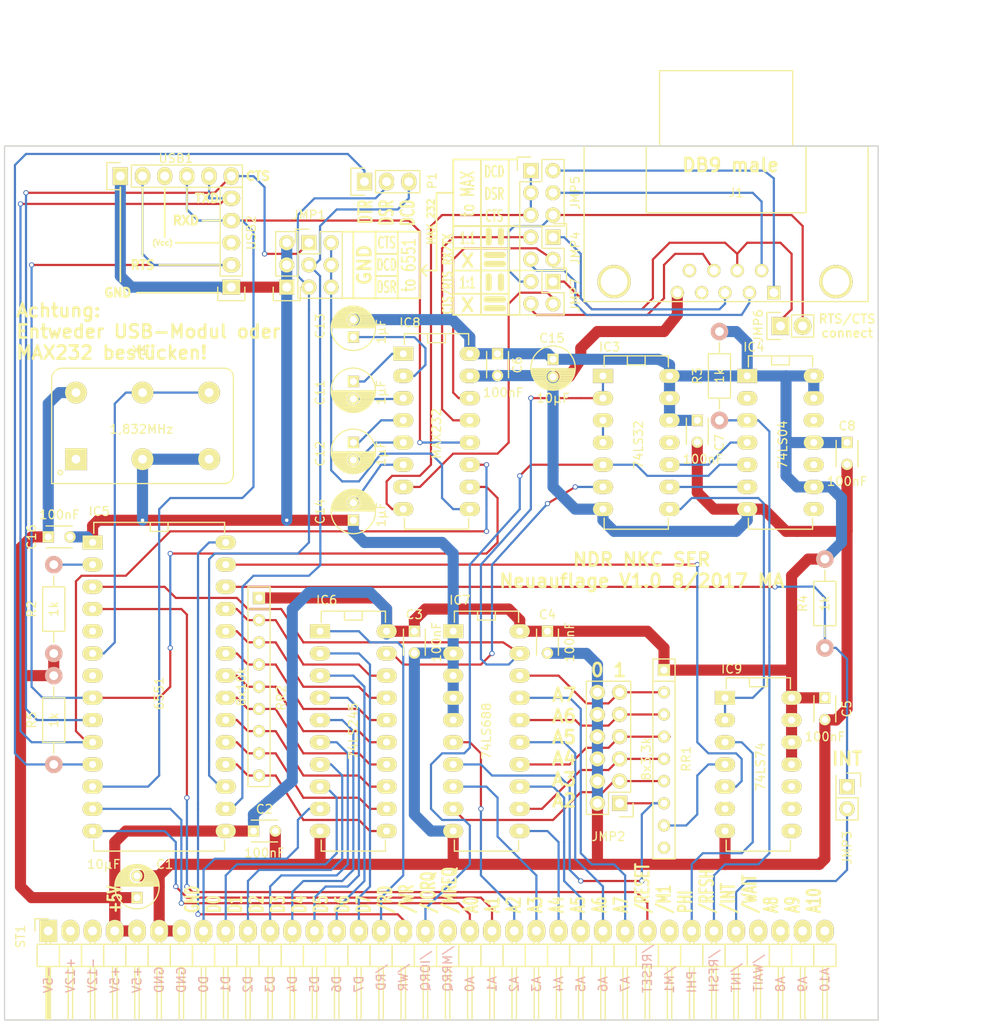
<source format=kicad_pcb>
(kicad_pcb (version 4) (host pcbnew 4.0.4-stable)
  (title_block (title SER-enhanced) (date 2017-07-13) (rev 0.8) (company RDK) (comment 1 "NDR NKC") (comment 3 "Marcel André"))
  (layers (0 F.Cu signal) (31 B.Cu signal) (34 B.Paste user) (35 F.Paste user) (36 B.SilkS user) (37 F.SilkS user) (38 B.Mask user) (39 F.Mask user) (44 Edge.Cuts user))
  (net 0 "")
  (net 1 GND)
  (net 2 VCC)
  (net 3 //IORQ)
  (net 4 /A1)
  (net 5 /A4)
  (net 6 /A5)
  (net 7 /A6)
  (net 8 /A7)
  (net 9 /A2)
  (net 10 /A3)
  (net 11 "Net-(C11-Pad1)")
  (net 12 "Net-(C11-Pad2)")
  (net 13 "Net-(C12-Pad1)")
  (net 14 "Net-(C12-Pad2)")
  (net 15 "Net-(C13-Pad1)")
  (net 16 "Net-(C14-Pad2)")
  (net 17 "Net-(IC3-Pad1)")
  (net 18 "Net-(IC3-Pad3)")
  (net 19 "Net-(IC3-Pad6)")
  (net 20 "Net-(IC3-Pad8)")
  (net 21 "Net-(IC3-Pad9)")
  (net 22 "Net-(IC3-Pad10)")
  (net 23 //RFSH)
  (net 24 "Net-(IC5-Pad2)")
  (net 25 //RESET)
  (net 26 "Net-(IC5-Pad8)")
  (net 27 "Net-(IC5-Pad9)")
  (net 28 "Net-(IC5-Pad10)")
  (net 29 "Net-(IC5-Pad11)")
  (net 30 "Net-(IC5-Pad12)")
  (net 31 /A0)
  (net 32 "Net-(IC5-Pad16)")
  (net 33 "Net-(IC5-Pad17)")
  (net 34 "Net-(IC5-Pad18)")
  (net 35 "Net-(IC5-Pad19)")
  (net 36 "Net-(IC5-Pad20)")
  (net 37 "Net-(IC5-Pad21)")
  (net 38 "Net-(IC5-Pad22)")
  (net 39 "Net-(IC5-Pad23)")
  (net 40 "Net-(IC5-Pad24)")
  (net 41 "Net-(IC5-Pad25)")
  (net 42 "Net-(IC5-Pad26)")
  (net 43 "Net-(IC5-Pad27)")
  (net 44 //WR)
  (net 45 //RD)
  (net 46 /D7)
  (net 47 /D6)
  (net 48 /D5)
  (net 49 /D4)
  (net 50 /D3)
  (net 51 /D2)
  (net 52 /D1)
  (net 53 /D0)
  (net 54 /PH)
  (net 55 "Net-(J1-Pad1)")
  (net 56 "Net-(J1-Pad2)")
  (net 57 "Net-(J1-Pad3)")
  (net 58 "Net-(J1-Pad8)")
  (net 59 "Net-(J1-Pad6)")
  (net 60 //INT)
  (net 61 "Net-(IC8-Pad7)")
  (net 62 "Net-(IC8-Pad8)")
  (net 63 "Net-(IC8-Pad9)")
  (net 64 "Net-(IC8-Pad13)")
  (net 65 "Net-(IC8-Pad14)")
  (net 66 "Net-(IC7-Pad7)")
  (net 67 "Net-(IC7-Pad9)")
  (net 68 "Net-(IC7-Pad12)")
  (net 69 "Net-(IC7-Pad14)")
  (net 70 "Net-(IC7-Pad16)")
  (net 71 "Net-(IC7-Pad18)")
  (net 72 "Net-(IC9-Pad4)")
  (net 73 "Net-(IC5-Pad6)")
  (net 74 "Net-(J1-Pad7)")
  (net 75 "Net-(JMP5-Pad6)")
  (module Pin_Headers:Pin_Header_Straight_2x02 (layer F.Cu) (at 97.155 51.435 270)
    (fp_text reference JMP4 (at 1.27 -2.54 270) (layer F.SilkS))
    (fp_text value TX/RX)
    (pad 1 thru_hole rect (at 0 0 270) (size 1.7272 1.7272) (drill 1.016) (layers *.Cu *.Mask F.SilkS) (net 57 "Net-(J1-Pad3)"))
    (pad 2 thru_hole oval (at 2.54 0 270) (size 1.7272 1.7272) (drill 1.016) (layers *.Cu *.Mask F.SilkS) (net 65 "Net-(IC8-Pad14)"))
    (pad 3 thru_hole oval (at 0 2.54 270) (size 1.7272 1.7272) (drill 1.016) (layers *.Cu *.Mask F.SilkS) (net 64 "Net-(IC8-Pad13)"))
    (pad 4 thru_hole oval (at 2.54 2.54 270) (size 1.7272 1.7272) (drill 1.016) (layers *.Cu *.Mask F.SilkS) (net 56 "Net-(J1-Pad2)"))
  )
  (module Pin_Headers:Pin_Header_Straight_1x03 (layer F.Cu) (at 66.675 57.15 180)
    (fp_text reference JMP11 hide)
    (fp_text value CONN_01X03)
    (pad 1 thru_hole rect (at 0 0 180) (size 1.7272 1.7272) (drill 1.016) (layers *.Cu *.Mask F.SilkS) (net 1 GND))
    (pad 2 thru_hole oval (at 0 2.54 180) (size 1.7272 1.7272) (drill 1.016) (layers *.Cu *.Mask F.SilkS) (net 1 GND))
    (pad 3 thru_hole oval (at 0 5.08 180) (size 1.7272 1.7272) (drill 1.016) (layers *.Cu *.Mask F.SilkS) (net 1 GND))
  )
  (module Resistors_ThroughHole:Resistor_Horizontal_RM10mm (layer F.Cu) (at 128.27 98.425 90)
    (fp_text reference R4 (at 5.08 -2.54 90) (layer F.SilkS))
    (fp_text value 1k (at 5.08 0 90) (layer F.SilkS))
    (pad 1 thru_hole circle (at 0 0 90) (size 1.99898 1.99898) (drill 1.00076) (layers *.Cu *.SilkS *.Mask) (net 42 "Net-(IC5-Pad26)"))
    (pad 2 thru_hole circle (at 10.16 0 90) (size 1.99898 1.99898) (drill 1.00076) (layers *.Cu *.SilkS *.Mask) (net 2 VCC))
  )
  (module Resistors_ThroughHole:Resistor_Array_SIP8 (layer F.Cu) (at 109.855 111.125 270)
    (fp_text reference RR1 (at 0 -2.54 270) (layer F.SilkS))
    (fp_text value 8x3,3k (at 0 2.032 270) (layer F.SilkS))
    (pad 1 thru_hole rect (at -10.16 0 270) (size 1.397 1.397) (drill 0.8128) (layers *.Cu *.Mask F.SilkS) (net 2 VCC))
    (pad 2 thru_hole circle (at -7.62 0 270) (size 1.397 1.397) (drill 0.8128) (layers *.Cu *.Mask F.SilkS) (net 71 "Net-(IC7-Pad18)"))
    (pad 3 thru_hole circle (at -5.08 0 270) (size 1.397 1.397) (drill 0.8128) (layers *.Cu *.Mask F.SilkS) (net 70 "Net-(IC7-Pad16)"))
    (pad 4 thru_hole circle (at -2.54 0 270) (size 1.397 1.397) (drill 0.8128) (layers *.Cu *.Mask F.SilkS) (net 69 "Net-(IC7-Pad14)"))
    (pad 5 thru_hole circle (at 0 0 270) (size 1.397 1.397) (drill 0.8128) (layers *.Cu *.Mask F.SilkS) (net 68 "Net-(IC7-Pad12)"))
    (pad 6 thru_hole circle (at 2.54 0 270) (size 1.397 1.397) (drill 0.8128) (layers *.Cu *.Mask F.SilkS) (net 67 "Net-(IC7-Pad9)"))
    (pad 7 thru_hole circle (at 5.08 0 270) (size 1.397 1.397) (drill 0.8128) (layers *.Cu *.Mask F.SilkS) (net 66 "Net-(IC7-Pad7)"))
    (pad 8 thru_hole circle (at 7.62 0 270) (size 1.397 1.397) (drill 0.8128) (layers *.Cu *.Mask F.SilkS) (net 72 "Net-(IC9-Pad4)"))
    (pad 9 thru_hole circle (at 10.16 0 270) (size 1.397 1.397) (drill 0.8128) (layers *.Cu *.Mask F.SilkS))
  )
  (module Capacitors_ThroughHole:C_Radial_D5_L6_P2.5 (layer F.Cu) (at 49.53 127 90)
    (fp_text reference C1 (at 3.81 3.175 180) (layer F.SilkS))
    (fp_text value 10µF (at 3.81 -3.81 180) (layer F.SilkS))
    (pad 1 thru_hole rect (at 0 0 90) (size 1.3 1.3) (drill 0.8) (layers *.Cu *.Mask F.SilkS) (net 2 VCC))
    (pad 2 thru_hole circle (at 2.5 0 90) (size 1.3 1.3) (drill 0.8) (layers *.Cu *.Mask F.SilkS) (net 1 GND))
  )
  (module Capacitors_ThroughHole:C_Disc_D3_P2.5 (layer F.Cu) (at 62.865 119.38)
    (fp_text reference C2 (at 1.25 -2.5) (layer F.SilkS))
    (fp_text value 100nF (at 1.25 2.5) (layer F.SilkS))
    (pad 1 thru_hole rect (at 0 0) (size 1.3 1.3) (drill 0.8) (layers *.Cu *.Mask F.SilkS) (net 2 VCC))
    (pad 2 thru_hole circle (at 2.5 0) (size 1.3 1.3) (drill 0.8001) (layers *.Cu *.Mask F.SilkS) (net 1 GND))
  )
  (module Capacitors_ThroughHole:C_Disc_D3_P2.5 (layer F.Cu) (at 81.28 96.52 270)
    (fp_text reference C3 (at -1.905 0 360) (layer F.SilkS))
    (fp_text value 100nF (at 1.27 -2.54 270) (layer F.SilkS))
    (pad 1 thru_hole rect (at 0 0 270) (size 1.3 1.3) (drill 0.8) (layers *.Cu *.Mask F.SilkS) (net 2 VCC))
    (pad 2 thru_hole circle (at 2.5 0 270) (size 1.3 1.3) (drill 0.8001) (layers *.Cu *.Mask F.SilkS) (net 1 GND))
  )
  (module Capacitors_ThroughHole:C_Disc_D3_P2.5 (layer F.Cu) (at 96.52 96.52 270)
    (fp_text reference C4 (at -1.905 0 360) (layer F.SilkS))
    (fp_text value 100nF (at 1.27 -2.54 270) (layer F.SilkS))
    (pad 1 thru_hole rect (at 0 0 270) (size 1.3 1.3) (drill 0.8) (layers *.Cu *.Mask F.SilkS) (net 2 VCC))
    (pad 2 thru_hole circle (at 2.5 0 270) (size 1.3 1.3) (drill 0.8001) (layers *.Cu *.Mask F.SilkS) (net 1 GND))
  )
  (module Capacitors_ThroughHole:C_Disc_D3_P2.5 (layer F.Cu) (at 128.27 104.14 270)
    (fp_text reference C5 (at 1.25 -2.5 270) (layer F.SilkS))
    (fp_text value 100nF (at 4.445 0 360) (layer F.SilkS))
    (pad 1 thru_hole rect (at 0 0 270) (size 1.3 1.3) (drill 0.8) (layers *.Cu *.Mask F.SilkS) (net 2 VCC))
    (pad 2 thru_hole circle (at 2.5 0 270) (size 1.3 1.3) (drill 0.8001) (layers *.Cu *.Mask F.SilkS) (net 1 GND))
  )
  (module Capacitors_ThroughHole:C_Disc_D3_P2.5 (layer F.Cu) (at 90.805 64.77 270)
    (fp_text reference C6 (at 1.27 -2.286 450) (layer F.SilkS))
    (fp_text value 100nF (at 4.445 -0.635 360) (layer F.SilkS))
    (pad 1 thru_hole rect (at 0 0 270) (size 1.3 1.3) (drill 0.8) (layers *.Cu *.Mask F.SilkS) (net 2 VCC))
    (pad 2 thru_hole circle (at 2.5 0 270) (size 1.3 1.3) (drill 0.8001) (layers *.Cu *.Mask F.SilkS) (net 1 GND))
  )
  (module Capacitors_ThroughHole:C_Disc_D3_P2.5 (layer F.Cu) (at 113.665 72.39 270)
    (fp_text reference C7 (at 2.54 -2.54 270) (layer F.SilkS))
    (fp_text value 100nF (at 4.445 -0.635 360) (layer F.SilkS))
    (pad 1 thru_hole rect (at 0 0 270) (size 1.3 1.3) (drill 0.8) (layers *.Cu *.Mask F.SilkS) (net 2 VCC))
    (pad 2 thru_hole circle (at 2.5 0 270) (size 1.3 1.3) (drill 0.8001) (layers *.Cu *.Mask F.SilkS) (net 1 GND))
  )
  (module Capacitors_ThroughHole:C_Disc_D3_P2.5 (layer F.Cu) (at 130.81 74.93 270)
    (fp_text reference C8 (at -1.905 0 360) (layer F.SilkS))
    (fp_text value 100nF (at 4.445 0 360) (layer F.SilkS))
    (pad 1 thru_hole rect (at 0 0 270) (size 1.3 1.3) (drill 0.8) (layers *.Cu *.Mask F.SilkS) (net 2 VCC))
    (pad 2 thru_hole circle (at 2.5 0 270) (size 1.3 1.3) (drill 0.8001) (layers *.Cu *.Mask F.SilkS) (net 1 GND))
  )
  (module Capacitors_ThroughHole:C_Radial_D5_L11_P2 (layer F.Cu) (at 74.295 67.945 270)
    (fp_text reference C11 (at 1.27 3.81 270) (layer F.SilkS))
    (fp_text value 1µF (at 1.27 -3.175 270) (layer F.SilkS))
    (pad 1 thru_hole rect (at 0 0 270) (size 1.3 1.3) (drill 0.8) (layers *.Cu *.Mask F.SilkS) (net 11 "Net-(C11-Pad1)"))
    (pad 2 thru_hole circle (at 2 0 270) (size 1.3 1.3) (drill 0.8) (layers *.Cu *.Mask F.SilkS) (net 12 "Net-(C11-Pad2)"))
  )
  (module Capacitors_ThroughHole:C_Radial_D5_L11_P2 (layer F.Cu) (at 74.295 74.93 270)
    (fp_text reference C12 (at 1.27 3.81 270) (layer F.SilkS))
    (fp_text value 1µF (at 1.27 -3.175 270) (layer F.SilkS))
    (pad 1 thru_hole rect (at 0 0 270) (size 1.3 1.3) (drill 0.8) (layers *.Cu *.Mask F.SilkS) (net 13 "Net-(C12-Pad1)"))
    (pad 2 thru_hole circle (at 2 0 270) (size 1.3 1.3) (drill 0.8) (layers *.Cu *.Mask F.SilkS) (net 14 "Net-(C12-Pad2)"))
  )
  (module Capacitors_ThroughHole:C_Radial_D5_L11_P2 (layer F.Cu) (at 74.295 62.865 90)
    (fp_text reference C13 (at 1.27 -3.81 90) (layer F.SilkS))
    (fp_text value 1µF (at 0.635 3.175 90) (layer F.SilkS))
    (pad 1 thru_hole rect (at 0 0 90) (size 1.3 1.3) (drill 0.8) (layers *.Cu *.Mask F.SilkS) (net 15 "Net-(C13-Pad1)"))
    (pad 2 thru_hole circle (at 2 0 90) (size 1.3 1.3) (drill 0.8) (layers *.Cu *.Mask F.SilkS) (net 2 VCC))
  )
  (module Capacitors_ThroughHole:C_Radial_D5_L11_P2 (layer F.Cu) (at 74.295 83.82 90)
    (fp_text reference C14 (at 1 -3.8 90) (layer F.SilkS))
    (fp_text value 1µF (at 0.635 3.175 90) (layer F.SilkS))
    (pad 1 thru_hole rect (at 0 0 90) (size 1.3 1.3) (drill 0.8) (layers *.Cu *.Mask F.SilkS) (net 1 GND))
    (pad 2 thru_hole circle (at 2 0 90) (size 1.3 1.3) (drill 0.8) (layers *.Cu *.Mask F.SilkS) (net 16 "Net-(C14-Pad2)"))
  )
  (module Capacitors_ThroughHole:C_Radial_D5_L11_P2 (layer F.Cu) (at 97.155 65.405 270)
    (fp_text reference C15 (at -2.413 0.127 540) (layer F.SilkS))
    (fp_text value 10µF (at 4.445 0 360) (layer F.SilkS))
    (pad 1 thru_hole rect (at 0 0 270) (size 1.3 1.3) (drill 0.8) (layers *.Cu *.Mask F.SilkS) (net 2 VCC))
    (pad 2 thru_hole circle (at 2 0 270) (size 1.3 1.3) (drill 0.8) (layers *.Cu *.Mask F.SilkS) (net 1 GND))
  )
  (module Pin_Headers:Pin_Header_Straight_2x03 (layer F.Cu) (at 69.215 52.07)
    (fp_text reference JMP1 (at 0 -3.175 180) (layer F.SilkS))
    (fp_text value CONN_02X03)
    (pad 1 thru_hole rect (at 0 0) (size 1.7272 1.7272) (drill 1.016) (layers *.Cu *.Mask F.SilkS) (net 27 "Net-(IC5-Pad9)"))
    (pad 2 thru_hole oval (at 2.54 0) (size 1.7272 1.7272) (drill 1.016) (layers *.Cu *.Mask F.SilkS) (net 63 "Net-(IC8-Pad9)"))
    (pad 3 thru_hole oval (at 0 2.54) (size 1.7272 1.7272) (drill 1.016) (layers *.Cu *.Mask F.SilkS) (net 32 "Net-(IC5-Pad16)"))
    (pad 4 thru_hole oval (at 2.54 2.54) (size 1.7272 1.7272) (drill 1.016) (layers *.Cu *.Mask F.SilkS) (net 63 "Net-(IC8-Pad9)"))
    (pad 5 thru_hole oval (at 0 5.08) (size 1.7272 1.7272) (drill 1.016) (layers *.Cu *.Mask F.SilkS) (net 33 "Net-(IC5-Pad17)"))
    (pad 6 thru_hole oval (at 2.54 5.08) (size 1.7272 1.7272) (drill 1.016) (layers *.Cu *.Mask F.SilkS) (net 63 "Net-(IC8-Pad9)"))
  )
  (module Pin_Headers:Pin_Header_Straight_2x06 (layer F.Cu) (at 104.775 116.205 180)
    (fp_text reference JMP2 (at 1.27 -3.81 180) (layer F.SilkS))
    (fp_text value CONN_02X06)
    (pad 1 thru_hole rect (at 0 0 180) (size 1.7272 1.7272) (drill 1.016) (layers *.Cu *.Mask F.SilkS) (net 66 "Net-(IC7-Pad7)"))
    (pad 2 thru_hole oval (at 2.54 0 180) (size 1.7272 1.7272) (drill 1.016) (layers *.Cu *.Mask F.SilkS) (net 1 GND))
    (pad 3 thru_hole oval (at 0 2.54 180) (size 1.7272 1.7272) (drill 1.016) (layers *.Cu *.Mask F.SilkS) (net 67 "Net-(IC7-Pad9)"))
    (pad 4 thru_hole oval (at 2.54 2.54 180) (size 1.7272 1.7272) (drill 1.016) (layers *.Cu *.Mask F.SilkS) (net 1 GND))
    (pad 5 thru_hole oval (at 0 5.08 180) (size 1.7272 1.7272) (drill 1.016) (layers *.Cu *.Mask F.SilkS) (net 68 "Net-(IC7-Pad12)"))
    (pad 6 thru_hole oval (at 2.54 5.08 180) (size 1.7272 1.7272) (drill 1.016) (layers *.Cu *.Mask F.SilkS) (net 1 GND))
    (pad 7 thru_hole oval (at 0 7.62 180) (size 1.7272 1.7272) (drill 1.016) (layers *.Cu *.Mask F.SilkS) (net 69 "Net-(IC7-Pad14)"))
    (pad 8 thru_hole oval (at 2.54 7.62 180) (size 1.7272 1.7272) (drill 1.016) (layers *.Cu *.Mask F.SilkS) (net 1 GND))
    (pad 9 thru_hole oval (at 0 10.16 180) (size 1.7272 1.7272) (drill 1.016) (layers *.Cu *.Mask F.SilkS) (net 70 "Net-(IC7-Pad16)"))
    (pad 10 thru_hole oval (at 2.54 10.16 180) (size 1.7272 1.7272) (drill 1.016) (layers *.Cu *.Mask F.SilkS) (net 1 GND))
    (pad 11 thru_hole oval (at 0 12.7 180) (size 1.7272 1.7272) (drill 1.016) (layers *.Cu *.Mask F.SilkS) (net 71 "Net-(IC7-Pad18)"))
    (pad 12 thru_hole oval (at 2.54 12.7 180) (size 1.7272 1.7272) (drill 1.016) (layers *.Cu *.Mask F.SilkS) (net 1 GND))
  )
  (module Pin_Headers:Pin_Header_Straight_2x01 (layer F.Cu) (at 130.81 114.3 270)
    (fp_text reference JMP3 (at 6.985 0 270) (layer F.SilkS))
    (fp_text value CONN_02X01)
    (pad 1 thru_hole rect (at 0 0 270) (size 1.7272 1.7272) (drill 1.016) (layers *.Cu *.Mask F.SilkS) (net 42 "Net-(IC5-Pad26)"))
    (pad 2 thru_hole oval (at 2.54 0 270) (size 1.7272 1.7272) (drill 1.016) (layers *.Cu *.Mask F.SilkS) (net 60 //INT))
  )
  (module Resistors_ThroughHole:Resistor_Horizontal_RM10mm (layer F.Cu) (at 40.005 88.9 270)
    (fp_text reference R2 (at 5.08 2.54 270) (layer F.SilkS))
    (fp_text value 1k (at 5.08 0 270) (layer F.SilkS))
    (pad 1 thru_hole circle (at 0 0 270) (size 1.99898 1.99898) (drill 1.00076) (layers *.Cu *.SilkS *.Mask) (net 24 "Net-(IC5-Pad2)"))
    (pad 2 thru_hole circle (at 10.16 0 270) (size 1.99898 1.99898) (drill 1.00076) (layers *.Cu *.SilkS *.Mask) (net 2 VCC))
  )
  (module Resistors_ThroughHole:Resistor_Horizontal_RM10mm (layer F.Cu) (at 116.205 62.23 270)
    (fp_text reference R3 (at 5.08 2.54 270) (layer F.SilkS))
    (fp_text value 1k (at 5.08 0 270) (layer F.SilkS))
    (pad 1 thru_hole circle (at 0 0 270) (size 1.99898 1.99898) (drill 1.00076) (layers *.Cu *.SilkS *.Mask) (net 2 VCC))
    (pad 2 thru_hole circle (at 10.16 0 270) (size 1.99898 1.99898) (drill 1.00076) (layers *.Cu *.SilkS *.Mask) (net 23 //RFSH))
  )
  (module Resistors_ThroughHole:Resistor_Horizontal_RM10mm (layer F.Cu) (at 40.005 111.76 90)
    (fp_text reference R5 (at 5.08 -2.54 90) (layer F.SilkS))
    (fp_text value 1k (at 5.08 0 90) (layer F.SilkS))
    (pad 1 thru_hole circle (at 0 0 90) (size 1.99898 1.99898) (drill 1.00076) (layers *.Cu *.SilkS *.Mask) (net 29 "Net-(IC5-Pad11)"))
    (pad 2 thru_hole circle (at 10.16 0 90) (size 1.99898 1.99898) (drill 1.00076) (layers *.Cu *.SilkS *.Mask) (net 2 VCC))
  )
  (module Pin_Headers:Pin_Header_Straight_1x06 (layer F.Cu) (at 47.625 44.45 90)
    (fp_text reference USB1 (at 2.032 6.35 180) (layer F.SilkS))
    (fp_text value CONN_01X06)
    (pad 1 thru_hole rect (at 0 0 90) (size 2.032 1.7272) (drill 1.016) (layers *.Cu *.Mask F.SilkS) (net 1 GND))
    (pad 2 thru_hole oval (at 0 2.54 90) (size 2.032 1.7272) (drill 1.016) (layers *.Cu *.Mask F.SilkS) (net 26 "Net-(IC5-Pad8)"))
    (pad 3 thru_hole oval (at 0 5.08 90) (size 2.032 1.7272) (drill 1.016) (layers *.Cu *.Mask F.SilkS))
    (pad 4 thru_hole oval (at 0 7.62 90) (size 2.032 1.7272) (drill 1.016) (layers *.Cu *.Mask F.SilkS) (net 30 "Net-(IC5-Pad12)"))
    (pad 5 thru_hole oval (at 0 10.16 90) (size 2.032 1.7272) (drill 1.016) (layers *.Cu *.Mask F.SilkS) (net 28 "Net-(IC5-Pad10)"))
    (pad 6 thru_hole oval (at 0 12.7 90) (size 2.032 1.7272) (drill 1.016) (layers *.Cu *.Mask F.SilkS) (net 27 "Net-(IC5-Pad9)"))
  )
  (module Pin_Headers:Pin_Header_Straight_1x03 (layer F.Cu) (at 75.565 45.085 90)
    (fp_text reference P1 (at 0.127 7.747 90) (layer F.SilkS))
    (fp_text value CONN_01X03)
    (pad 1 thru_hole rect (at 0 0 90) (size 2.032 1.7272) (drill 1.016) (layers *.Cu *.Mask F.SilkS) (net 29 "Net-(IC5-Pad11)"))
    (pad 2 thru_hole oval (at 0 2.54 90) (size 2.032 1.7272) (drill 1.016) (layers *.Cu *.Mask F.SilkS) (net 33 "Net-(IC5-Pad17)"))
    (pad 3 thru_hole oval (at 0 5.08 90) (size 2.032 1.7272) (drill 1.016) (layers *.Cu *.Mask F.SilkS) (net 32 "Net-(IC5-Pad16)"))
  )
  (module Pin_Headers:Pin_Header_Straight_2x03 (layer F.Cu) (at 94.615 43.815)
    (fp_text reference JMP5 (at 5.08 2.54 90) (layer F.SilkS))
    (fp_text value CONN_02X03)
    (pad 1 thru_hole rect (at 0 0) (size 1.7272 1.7272) (drill 1.016) (layers *.Cu *.Mask F.SilkS) (net 62 "Net-(IC8-Pad8)"))
    (pad 2 thru_hole oval (at 2.54 0) (size 1.7272 1.7272) (drill 1.016) (layers *.Cu *.Mask F.SilkS) (net 55 "Net-(J1-Pad1)"))
    (pad 3 thru_hole oval (at 0 2.54) (size 1.7272 1.7272) (drill 1.016) (layers *.Cu *.Mask F.SilkS) (net 62 "Net-(IC8-Pad8)"))
    (pad 4 thru_hole oval (at 2.54 2.54) (size 1.7272 1.7272) (drill 1.016) (layers *.Cu *.Mask F.SilkS) (net 59 "Net-(J1-Pad6)"))
    (pad 5 thru_hole oval (at 0 5.08) (size 1.7272 1.7272) (drill 1.016) (layers *.Cu *.Mask F.SilkS) (net 62 "Net-(IC8-Pad8)"))
    (pad 6 thru_hole oval (at 2.54 5.08) (size 1.7272 1.7272) (drill 1.016) (layers *.Cu *.Mask F.SilkS) (net 75 "Net-(JMP5-Pad6)"))
  )
  (module Pin_Headers:Pin_Header_Straight_1x05 (layer F.Cu) (at 60.325 57.15 180)
    (fp_text reference USB2 (at -2.286 6.223 270) (layer F.SilkS))
    (fp_text value CONN_01X05)
    (pad 1 thru_hole rect (at 0 0 180) (size 2.032 1.7272) (drill 1.016) (layers *.Cu *.Mask F.SilkS) (net 1 GND))
    (pad 2 thru_hole oval (at 0 2.54 180) (size 2.032 1.7272) (drill 1.016) (layers *.Cu *.Mask F.SilkS) (net 26 "Net-(IC5-Pad8)"))
    (pad 3 thru_hole oval (at 0 5.08 180) (size 2.032 1.7272) (drill 1.016) (layers *.Cu *.Mask F.SilkS))
    (pad 4 thru_hole oval (at 0 7.62 180) (size 2.032 1.7272) (drill 1.016) (layers *.Cu *.Mask F.SilkS) (net 30 "Net-(IC5-Pad12)"))
    (pad 5 thru_hole oval (at 0 10.16 180) (size 2.032 1.7272) (drill 1.016) (layers *.Cu *.Mask F.SilkS) (net 28 "Net-(IC5-Pad10)"))
  )
  (module Capacitors_ThroughHole:C_Disc_D3_P2.5 (layer F.Cu) (at 39.37 85.725)
    (fp_text reference C16 (at -1.905 0 90) (layer F.SilkS))
    (fp_text value 100nF (at 1.27 -2.54) (layer F.SilkS))
    (pad 1 thru_hole rect (at 0 0) (size 1.3 1.3) (drill 0.8) (layers *.Cu *.Mask F.SilkS) (net 2 VCC))
    (pad 2 thru_hole circle (at 2.5 0) (size 1.3 1.3) (drill 0.8001) (layers *.Cu *.Mask F.SilkS) (net 1 GND))
  )
  (module Resistors_ThroughHole:Resistor_Array_SIP8 (layer F.Cu) (at 63.5 102.87 270)
    (fp_text reference RR2 (at 1.27 -2.54 270) (layer F.SilkS))
    (fp_text value 8x10k (at 0 2.032 270) (layer F.SilkS))
    (pad 1 thru_hole rect (at -10.16 0 270) (size 1.397 1.397) (drill 0.8128) (layers *.Cu *.Mask F.SilkS) (net 2 VCC))
    (pad 2 thru_hole circle (at -7.62 0 270) (size 1.397 1.397) (drill 0.8128) (layers *.Cu *.Mask F.SilkS) (net 41 "Net-(IC5-Pad25)"))
    (pad 3 thru_hole circle (at -5.08 0 270) (size 1.397 1.397) (drill 0.8128) (layers *.Cu *.Mask F.SilkS) (net 40 "Net-(IC5-Pad24)"))
    (pad 4 thru_hole circle (at -2.54 0 270) (size 1.397 1.397) (drill 0.8128) (layers *.Cu *.Mask F.SilkS) (net 39 "Net-(IC5-Pad23)"))
    (pad 5 thru_hole circle (at 0 0 270) (size 1.397 1.397) (drill 0.8128) (layers *.Cu *.Mask F.SilkS) (net 38 "Net-(IC5-Pad22)"))
    (pad 6 thru_hole circle (at 2.54 0 270) (size 1.397 1.397) (drill 0.8128) (layers *.Cu *.Mask F.SilkS) (net 37 "Net-(IC5-Pad21)"))
    (pad 7 thru_hole circle (at 5.08 0 270) (size 1.397 1.397) (drill 0.8128) (layers *.Cu *.Mask F.SilkS) (net 36 "Net-(IC5-Pad20)"))
    (pad 8 thru_hole circle (at 7.62 0 270) (size 1.397 1.397) (drill 0.8128) (layers *.Cu *.Mask F.SilkS) (net 35 "Net-(IC5-Pad19)"))
    (pad 9 thru_hole circle (at 10.16 0 270) (size 1.397 1.397) (drill 0.8128) (layers *.Cu *.Mask F.SilkS) (net 34 "Net-(IC5-Pad18)"))
  )
  (module nkc:DB9MC_EU (layer F.Cu) (at 116.84 56.515)
    (fp_text reference J1 (at 1.27 -10.16) (layer F.SilkS))
    (fp_text value DB9)
    (pad "" thru_hole circle (at 12.7 0) (size 3.81 3.81) (drill 3.048) (layers *.Cu *.Mask F.SilkS))
    (pad "" thru_hole circle (at -12.7 0) (size 3.81 3.81) (drill 3.048) (layers *.Cu *.Mask F.SilkS))
    (pad 1 thru_hole rect (at 5.588 1.27) (size 1.524 1.524) (drill 1.016) (layers *.Cu *.Mask F.SilkS) (net 55 "Net-(J1-Pad1)"))
    (pad 2 thru_hole circle (at 2.794 1.27) (size 1.524 1.524) (drill 1.016) (layers *.Cu *.Mask F.SilkS) (net 56 "Net-(J1-Pad2)"))
    (pad 3 thru_hole circle (at 0 1.27) (size 1.524 1.524) (drill 1.016) (layers *.Cu *.Mask F.SilkS) (net 57 "Net-(J1-Pad3)"))
    (pad 4 thru_hole circle (at -2.667 1.27) (size 1.524 1.524) (drill 1.016) (layers *.Cu *.Mask F.SilkS))
    (pad 5 thru_hole circle (at -5.461 1.27) (size 1.524 1.524) (drill 1.016) (layers *.Cu *.Mask F.SilkS) (net 1 GND))
    (pad 9 thru_hole circle (at -4.064 -1.27) (size 1.524 1.524) (drill 1.016) (layers *.Cu *.Mask F.SilkS))
    (pad 8 thru_hole circle (at -1.27 -1.27) (size 1.524 1.524) (drill 1.016) (layers *.Cu *.Mask F.SilkS) (net 58 "Net-(J1-Pad8)"))
    (pad 7 thru_hole circle (at 1.397 -1.27) (size 1.524 1.524) (drill 1.016) (layers *.Cu *.Mask F.SilkS) (net 74 "Net-(J1-Pad7)"))
    (pad 6 thru_hole circle (at 4.191 -1.27) (size 1.524 1.524) (drill 1.016) (layers *.Cu *.Mask F.SilkS) (net 59 "Net-(J1-Pad6)"))
  )
  (module Pin_Headers:Pin_Header_Straight_1x02 (layer F.Cu) (at 123.19 61.595 90)
    (fp_text reference JMP6 (at 0 -2.54 270) (layer F.SilkS))
    (fp_text value RTS-CTS)
    (pad 1 thru_hole rect (at 0 0 90) (size 2.032 2.032) (drill 1.016) (layers *.Cu *.Mask F.SilkS) (net 74 "Net-(J1-Pad7)"))
    (pad 2 thru_hole oval (at 0 2.54 90) (size 2.032 2.032) (drill 1.016) (layers *.Cu *.Mask F.SilkS) (net 75 "Net-(JMP5-Pad6)"))
  )
  (module nkc:OSZI_6pin (layer F.Cu) (at 50.165 73.025)
    (fp_text reference X1 (at -0.254 -8.636) (layer F.SilkS))
    (fp_text value 1,832MHz (at -0.127 0.381) (layer F.SilkS))
    (pad 4 thru_hole circle (at 0 3.81) (size 2.49936 2.49936) (drill 1.00076) (layers *.Cu *.Mask F.SilkS) (net 1 GND))
    (pad 11 thru_hole circle (at 0 -3.81) (size 2.49936 2.49936) (drill 1.00076) (layers *.Cu *.Mask F.SilkS) (net 73 "Net-(IC5-Pad6)"))
    (pad 1 thru_hole rect (at -7.62 3.81) (size 2.49936 2.49936) (drill 1.00076) (layers *.Cu *.Mask F.SilkS))
    (pad 7 thru_hole circle (at 7.62 3.81) (size 2.49936 2.49936) (drill 1.00076) (layers *.Cu *.Mask F.SilkS) (net 1 GND))
    (pad 8 thru_hole circle (at 7.62 -3.81) (size 2.49936 2.49936) (drill 1.00076) (layers *.Cu *.Mask F.SilkS) (net 73 "Net-(IC5-Pad6)"))
    (pad 14 thru_hole circle (at -7.62 -3.81) (size 2.49936 2.49936) (drill 1.00076) (layers *.Cu *.Mask F.SilkS) (net 2 VCC))
  )
  (module nkc:DIP-20 (layer F.Cu) (at 70.485 96.52)
    (fp_text reference IC6 (at 0.762 -3.556) (layer F.SilkS))
    (fp_text value 74LS245 (at 3.81 11.43 90) (layer F.SilkS))
    (pad 1 thru_hole rect (at 0 0) (size 2.3 1.6) (drill 0.8) (layers *.Cu *.Mask F.SilkS) (net 45 //RD))
    (pad 2 thru_hole oval (at 0 2.54) (size 2.3 1.6) (drill 0.8) (layers *.Cu *.Mask F.SilkS) (net 46 /D7))
    (pad 3 thru_hole oval (at 0 5.08) (size 2.3 1.6) (drill 0.8) (layers *.Cu *.Mask F.SilkS) (net 47 /D6))
    (pad 4 thru_hole oval (at 0 7.62) (size 2.3 1.6) (drill 0.8) (layers *.Cu *.Mask F.SilkS) (net 48 /D5))
    (pad 5 thru_hole oval (at 0 10.16) (size 2.3 1.6) (drill 0.8) (layers *.Cu *.Mask F.SilkS) (net 49 /D4))
    (pad 6 thru_hole oval (at 0 12.7) (size 2.3 1.6) (drill 0.8) (layers *.Cu *.Mask F.SilkS) (net 50 /D3))
    (pad 7 thru_hole oval (at 0 15.24) (size 2.3 1.6) (drill 0.8) (layers *.Cu *.Mask F.SilkS) (net 51 /D2))
    (pad 8 thru_hole oval (at 0 17.78) (size 2.3 1.6) (drill 0.8) (layers *.Cu *.Mask F.SilkS) (net 52 /D1))
    (pad 9 thru_hole oval (at 0 20.32) (size 2.3 1.6) (drill 0.8) (layers *.Cu *.Mask F.SilkS) (net 53 /D0))
    (pad 10 thru_hole oval (at 0 22.86) (size 2.3 1.6) (drill 0.8) (layers *.Cu *.Mask F.SilkS) (net 1 GND))
    (pad 11 thru_hole oval (at 7.62 22.86) (size 2.3 1.6) (drill 0.8) (layers *.Cu *.Mask F.SilkS) (net 34 "Net-(IC5-Pad18)"))
    (pad 12 thru_hole oval (at 7.62 20.32) (size 2.3 1.6) (drill 0.8) (layers *.Cu *.Mask F.SilkS) (net 35 "Net-(IC5-Pad19)"))
    (pad 13 thru_hole oval (at 7.62 17.78) (size 2.3 1.6) (drill 0.8) (layers *.Cu *.Mask F.SilkS) (net 36 "Net-(IC5-Pad20)"))
    (pad 14 thru_hole oval (at 7.62 15.24) (size 2.3 1.6) (drill 0.8) (layers *.Cu *.Mask F.SilkS) (net 37 "Net-(IC5-Pad21)"))
    (pad 15 thru_hole oval (at 7.62 12.7) (size 2.3 1.6) (drill 0.8) (layers *.Cu *.Mask F.SilkS) (net 38 "Net-(IC5-Pad22)"))
    (pad 16 thru_hole oval (at 7.62 10.16) (size 2.3 1.6) (drill 0.8) (layers *.Cu *.Mask F.SilkS) (net 39 "Net-(IC5-Pad23)"))
    (pad 17 thru_hole oval (at 7.62 7.62) (size 2.3 1.6) (drill 0.8) (layers *.Cu *.Mask F.SilkS) (net 40 "Net-(IC5-Pad24)"))
    (pad 18 thru_hole oval (at 7.62 5.08) (size 2.3 1.6) (drill 0.8) (layers *.Cu *.Mask F.SilkS) (net 41 "Net-(IC5-Pad25)"))
    (pad 19 thru_hole oval (at 7.62 2.54) (size 2.3 1.6) (drill 0.8) (layers *.Cu *.Mask F.SilkS) (net 19 "Net-(IC3-Pad6)"))
    (pad 20 thru_hole oval (at 7.62 0) (size 2.3 1.6) (drill 0.8) (layers *.Cu *.Mask F.SilkS) (net 2 VCC))
  )
  (module nkc:DIP-14 (layer F.Cu) (at 102.87 67.31)
    (fp_text reference IC3 (at 0.762 -3.302) (layer F.SilkS))
    (fp_text value 74LS32 (at 4.064 7.874 90) (layer F.SilkS))
    (pad 1 thru_hole rect (at 0 0) (size 2.3 1.6) (drill 0.8) (layers *.Cu *.Mask F.SilkS) (net 17 "Net-(IC3-Pad1)"))
    (pad 2 thru_hole oval (at 0 2.54) (size 2.3 1.6) (drill 0.8) (layers *.Cu *.Mask F.SilkS) (net 17 "Net-(IC3-Pad1)"))
    (pad 3 thru_hole oval (at 0 5.08) (size 2.3 1.6) (drill 0.8) (layers *.Cu *.Mask F.SilkS) (net 18 "Net-(IC3-Pad3)"))
    (pad 4 thru_hole oval (at 0 7.62) (size 2.3 1.6) (drill 0.8) (layers *.Cu *.Mask F.SilkS) (net 18 "Net-(IC3-Pad3)"))
    (pad 5 thru_hole oval (at 0 10.16) (size 2.3 1.6) (drill 0.8) (layers *.Cu *.Mask F.SilkS) (net 3 //IORQ))
    (pad 6 thru_hole oval (at 0 12.7) (size 2.3 1.6) (drill 0.8) (layers *.Cu *.Mask F.SilkS) (net 19 "Net-(IC3-Pad6)"))
    (pad 7 thru_hole oval (at 0 15.24) (size 2.3 1.6) (drill 0.8) (layers *.Cu *.Mask F.SilkS) (net 1 GND))
    (pad 8 thru_hole oval (at 7.62 15.24) (size 2.3 1.6) (drill 0.8) (layers *.Cu *.Mask F.SilkS) (net 20 "Net-(IC3-Pad8)"))
    (pad 9 thru_hole oval (at 7.62 12.7) (size 2.3 1.6) (drill 0.8) (layers *.Cu *.Mask F.SilkS) (net 21 "Net-(IC3-Pad9)"))
    (pad 10 thru_hole oval (at 7.62 10.16) (size 2.3 1.6) (drill 0.8) (layers *.Cu *.Mask F.SilkS) (net 22 "Net-(IC3-Pad10)"))
    (pad 11 thru_hole oval (at 7.62 7.62) (size 2.3 1.6) (drill 0.8) (layers *.Cu *.Mask F.SilkS))
    (pad 12 thru_hole oval (at 7.62 5.08) (size 2.3 1.6) (drill 0.8) (layers *.Cu *.Mask F.SilkS) (net 2 VCC))
    (pad 13 thru_hole oval (at 7.62 2.54) (size 2.3 1.6) (drill 0.8) (layers *.Cu *.Mask F.SilkS) (net 2 VCC))
    (pad 14 thru_hole oval (at 7.62 0) (size 2.3 1.6) (drill 0.8) (layers *.Cu *.Mask F.SilkS) (net 2 VCC))
  )
  (module nkc:DIP-14 (layer F.Cu) (at 119.38 67.31)
    (fp_text reference IC4 (at 0.762 -3.302) (layer F.SilkS))
    (fp_text value 74LS04 (at 4.064 7.874 90) (layer F.SilkS))
    (pad 1 thru_hole rect (at 0 0) (size 2.3 1.6) (drill 0.8) (layers *.Cu *.Mask F.SilkS) (net 2 VCC))
    (pad 2 thru_hole oval (at 0 2.54) (size 2.3 1.6) (drill 0.8) (layers *.Cu *.Mask F.SilkS))
    (pad 3 thru_hole oval (at 0 5.08) (size 2.3 1.6) (drill 0.8) (layers *.Cu *.Mask F.SilkS) (net 23 //RFSH))
    (pad 4 thru_hole oval (at 0 7.62) (size 2.3 1.6) (drill 0.8) (layers *.Cu *.Mask F.SilkS) (net 22 "Net-(IC3-Pad10)"))
    (pad 5 thru_hole oval (at 0 10.16) (size 2.3 1.6) (drill 0.8) (layers *.Cu *.Mask F.SilkS) (net 3 //IORQ))
    (pad 6 thru_hole oval (at 0 12.7) (size 2.3 1.6) (drill 0.8) (layers *.Cu *.Mask F.SilkS) (net 21 "Net-(IC3-Pad9)"))
    (pad 7 thru_hole oval (at 0 15.24) (size 2.3 1.6) (drill 0.8) (layers *.Cu *.Mask F.SilkS) (net 1 GND))
    (pad 8 thru_hole oval (at 7.62 15.24) (size 2.3 1.6) (drill 0.8) (layers *.Cu *.Mask F.SilkS))
    (pad 9 thru_hole oval (at 7.62 12.7) (size 2.3 1.6) (drill 0.8) (layers *.Cu *.Mask F.SilkS) (net 2 VCC))
    (pad 10 thru_hole oval (at 7.62 10.16) (size 2.3 1.6) (drill 0.8) (layers *.Cu *.Mask F.SilkS))
    (pad 11 thru_hole oval (at 7.62 7.62) (size 2.3 1.6) (drill 0.8) (layers *.Cu *.Mask F.SilkS) (net 2 VCC))
    (pad 12 thru_hole oval (at 7.62 5.08) (size 2.3 1.6) (drill 0.8) (layers *.Cu *.Mask F.SilkS))
    (pad 13 thru_hole oval (at 7.62 2.54) (size 2.3 1.6) (drill 0.8) (layers *.Cu *.Mask F.SilkS) (net 2 VCC))
    (pad 14 thru_hole oval (at 7.62 0) (size 2.3 1.6) (drill 0.8) (layers *.Cu *.Mask F.SilkS) (net 2 VCC))
  )
  (module nkc:DIP-28_Breit (layer F.Cu) (at 44.45 86.36)
    (fp_text reference IC5 (at 0.762 -3.556) (layer F.SilkS))
    (fp_text value 6551 (at 7.62 17.272 90) (layer F.SilkS))
    (pad 1 thru_hole rect (at 0 0) (size 2.3 1.6) (drill 0.8) (layers *.Cu *.Mask F.SilkS) (net 1 GND))
    (pad 2 thru_hole oval (at 0 2.54) (size 2.3 1.6) (drill 0.8) (layers *.Cu *.Mask F.SilkS) (net 24 "Net-(IC5-Pad2)"))
    (pad 3 thru_hole oval (at 0 5.08) (size 2.3 1.6) (drill 0.8) (layers *.Cu *.Mask F.SilkS) (net 17 "Net-(IC3-Pad1)"))
    (pad 4 thru_hole oval (at 0 7.62) (size 2.3 1.6) (drill 0.8) (layers *.Cu *.Mask F.SilkS) (net 25 //RESET))
    (pad 5 thru_hole oval (at 0 10.16) (size 2.3 1.6) (drill 0.8) (layers *.Cu *.Mask F.SilkS))
    (pad 6 thru_hole oval (at 0 12.7) (size 2.3 1.6) (drill 0.8) (layers *.Cu *.Mask F.SilkS) (net 73 "Net-(IC5-Pad6)"))
    (pad 7 thru_hole oval (at 0 15.24) (size 2.3 1.6) (drill 0.8) (layers *.Cu *.Mask F.SilkS))
    (pad 8 thru_hole oval (at 0 17.78) (size 2.3 1.6) (drill 0.8) (layers *.Cu *.Mask F.SilkS) (net 26 "Net-(IC5-Pad8)"))
    (pad 9 thru_hole oval (at 0 20.32) (size 2.3 1.6) (drill 0.8) (layers *.Cu *.Mask F.SilkS) (net 27 "Net-(IC5-Pad9)"))
    (pad 10 thru_hole oval (at 0 22.86) (size 2.3 1.6) (drill 0.8) (layers *.Cu *.Mask F.SilkS) (net 28 "Net-(IC5-Pad10)"))
    (pad 11 thru_hole oval (at 0 25.4) (size 2.3 1.6) (drill 0.8) (layers *.Cu *.Mask F.SilkS) (net 29 "Net-(IC5-Pad11)"))
    (pad 12 thru_hole oval (at 0 27.94) (size 2.3 1.6) (drill 0.8) (layers *.Cu *.Mask F.SilkS) (net 30 "Net-(IC5-Pad12)"))
    (pad 13 thru_hole oval (at 0 30.48) (size 2.3 1.6) (drill 0.8) (layers *.Cu *.Mask F.SilkS) (net 31 /A0))
    (pad 14 thru_hole oval (at 0 33.02) (size 2.3 1.6) (drill 0.8) (layers *.Cu *.Mask F.SilkS) (net 4 /A1))
    (pad 15 thru_hole oval (at 15.24 33.02) (size 2.3 1.6) (drill 0.8) (layers *.Cu *.Mask F.SilkS) (net 2 VCC))
    (pad 16 thru_hole oval (at 15.24 30.48) (size 2.3 1.6) (drill 0.8) (layers *.Cu *.Mask F.SilkS) (net 32 "Net-(IC5-Pad16)"))
    (pad 17 thru_hole oval (at 15.24 27.94) (size 2.3 1.6) (drill 0.8) (layers *.Cu *.Mask F.SilkS) (net 33 "Net-(IC5-Pad17)"))
    (pad 18 thru_hole oval (at 15.24 25.4) (size 2.3 1.6) (drill 0.8) (layers *.Cu *.Mask F.SilkS) (net 34 "Net-(IC5-Pad18)"))
    (pad 19 thru_hole oval (at 15.24 22.86) (size 2.3 1.6) (drill 0.8) (layers *.Cu *.Mask F.SilkS) (net 35 "Net-(IC5-Pad19)"))
    (pad 20 thru_hole oval (at 15.24 20.32) (size 2.3 1.6) (drill 0.8) (layers *.Cu *.Mask F.SilkS) (net 36 "Net-(IC5-Pad20)"))
    (pad 21 thru_hole oval (at 15.24 17.78) (size 2.3 1.6) (drill 0.8) (layers *.Cu *.Mask F.SilkS) (net 37 "Net-(IC5-Pad21)"))
    (pad 22 thru_hole oval (at 15.24 15.24) (size 2.3 1.6) (drill 0.8) (layers *.Cu *.Mask F.SilkS) (net 38 "Net-(IC5-Pad22)"))
    (pad 23 thru_hole oval (at 15.24 12.7) (size 2.3 1.6) (drill 0.8) (layers *.Cu *.Mask F.SilkS) (net 39 "Net-(IC5-Pad23)"))
    (pad 24 thru_hole oval (at 15.24 10.16) (size 2.3 1.6) (drill 0.8) (layers *.Cu *.Mask F.SilkS) (net 40 "Net-(IC5-Pad24)"))
    (pad 25 thru_hole oval (at 15.24 7.62) (size 2.3 1.6) (drill 0.8) (layers *.Cu *.Mask F.SilkS) (net 41 "Net-(IC5-Pad25)"))
    (pad 26 thru_hole oval (at 15.24 5.08) (size 2.3 1.6) (drill 0.8) (layers *.Cu *.Mask F.SilkS) (net 42 "Net-(IC5-Pad26)"))
    (pad 27 thru_hole oval (at 15.24 2.54) (size 2.3 1.6) (drill 0.8) (layers *.Cu *.Mask F.SilkS) (net 43 "Net-(IC5-Pad27)"))
    (pad 28 thru_hole oval (at 15.24 0) (size 2.3 1.6) (drill 0.8) (layers *.Cu *.Mask F.SilkS) (net 44 //WR))
  )
  (module nkc:DIP-20 (layer F.Cu) (at 85.725 96.52)
    (fp_text reference IC7 (at 0.762 -3.556) (layer F.SilkS))
    (fp_text value 74LS688 (at 3.81 11.43 90) (layer F.SilkS))
    (pad 1 thru_hole rect (at 0 0) (size 2.3 1.6) (drill 0.8) (layers *.Cu *.Mask F.SilkS) (net 1 GND))
    (pad 2 thru_hole oval (at 0 2.54) (size 2.3 1.6) (drill 0.8) (layers *.Cu *.Mask F.SilkS) (net 1 GND))
    (pad 3 thru_hole oval (at 0 5.08) (size 2.3 1.6) (drill 0.8) (layers *.Cu *.Mask F.SilkS) (net 1 GND))
    (pad 4 thru_hole oval (at 0 7.62) (size 2.3 1.6) (drill 0.8) (layers *.Cu *.Mask F.SilkS) (net 1 GND))
    (pad 5 thru_hole oval (at 0 10.16) (size 2.3 1.6) (drill 0.8) (layers *.Cu *.Mask F.SilkS) (net 1 GND))
    (pad 6 thru_hole oval (at 0 12.7) (size 2.3 1.6) (drill 0.8) (layers *.Cu *.Mask F.SilkS) (net 9 /A2))
    (pad 7 thru_hole oval (at 0 15.24) (size 2.3 1.6) (drill 0.8) (layers *.Cu *.Mask F.SilkS) (net 66 "Net-(IC7-Pad7)"))
    (pad 8 thru_hole oval (at 0 17.78) (size 2.3 1.6) (drill 0.8) (layers *.Cu *.Mask F.SilkS) (net 10 /A3))
    (pad 9 thru_hole oval (at 0 20.32) (size 2.3 1.6) (drill 0.8) (layers *.Cu *.Mask F.SilkS) (net 67 "Net-(IC7-Pad9)"))
    (pad 10 thru_hole oval (at 0 22.86) (size 2.3 1.6) (drill 0.8) (layers *.Cu *.Mask F.SilkS) (net 1 GND))
    (pad 11 thru_hole oval (at 7.62 22.86) (size 2.3 1.6) (drill 0.8) (layers *.Cu *.Mask F.SilkS) (net 5 /A4))
    (pad 12 thru_hole oval (at 7.62 20.32) (size 2.3 1.6) (drill 0.8) (layers *.Cu *.Mask F.SilkS) (net 68 "Net-(IC7-Pad12)"))
    (pad 13 thru_hole oval (at 7.62 17.78) (size 2.3 1.6) (drill 0.8) (layers *.Cu *.Mask F.SilkS) (net 6 /A5))
    (pad 14 thru_hole oval (at 7.62 15.24) (size 2.3 1.6) (drill 0.8) (layers *.Cu *.Mask F.SilkS) (net 69 "Net-(IC7-Pad14)"))
    (pad 15 thru_hole oval (at 7.62 12.7) (size 2.3 1.6) (drill 0.8) (layers *.Cu *.Mask F.SilkS) (net 7 /A6))
    (pad 16 thru_hole oval (at 7.62 10.16) (size 2.3 1.6) (drill 0.8) (layers *.Cu *.Mask F.SilkS) (net 70 "Net-(IC7-Pad16)"))
    (pad 17 thru_hole oval (at 7.62 7.62) (size 2.3 1.6) (drill 0.8) (layers *.Cu *.Mask F.SilkS) (net 8 /A7))
    (pad 18 thru_hole oval (at 7.62 5.08) (size 2.3 1.6) (drill 0.8) (layers *.Cu *.Mask F.SilkS) (net 71 "Net-(IC7-Pad18)"))
    (pad 19 thru_hole oval (at 7.62 2.54) (size 2.3 1.6) (drill 0.8) (layers *.Cu *.Mask F.SilkS) (net 17 "Net-(IC3-Pad1)"))
    (pad 20 thru_hole oval (at 7.62 0) (size 2.3 1.6) (drill 0.8) (layers *.Cu *.Mask F.SilkS) (net 2 VCC))
  )
  (module nkc:DIP-16 (layer F.Cu) (at 80.01 64.77)
    (fp_text reference IC8 (at 0.762 -3.556) (layer F.SilkS))
    (fp_text value MAX232 (at 3.81 9.144 90) (layer F.SilkS))
    (pad 1 thru_hole rect (at 0 0) (size 2.3 1.6) (drill 0.8) (layers *.Cu *.Mask F.SilkS) (net 11 "Net-(C11-Pad1)"))
    (pad 2 thru_hole oval (at 0 2.54) (size 2.3 1.6) (drill 0.8) (layers *.Cu *.Mask F.SilkS) (net 15 "Net-(C13-Pad1)"))
    (pad 3 thru_hole oval (at 0 5.08) (size 2.3 1.6) (drill 0.8) (layers *.Cu *.Mask F.SilkS) (net 12 "Net-(C11-Pad2)"))
    (pad 4 thru_hole oval (at 0 7.62) (size 2.3 1.6) (drill 0.8) (layers *.Cu *.Mask F.SilkS) (net 13 "Net-(C12-Pad1)"))
    (pad 5 thru_hole oval (at 0 10.16) (size 2.3 1.6) (drill 0.8) (layers *.Cu *.Mask F.SilkS) (net 14 "Net-(C12-Pad2)"))
    (pad 6 thru_hole oval (at 0 12.7) (size 2.3 1.6) (drill 0.8) (layers *.Cu *.Mask F.SilkS) (net 16 "Net-(C14-Pad2)"))
    (pad 7 thru_hole oval (at 0 15.24) (size 2.3 1.6) (drill 0.8) (layers *.Cu *.Mask F.SilkS) (net 61 "Net-(IC8-Pad7)"))
    (pad 8 thru_hole oval (at 0 17.78) (size 2.3 1.6) (drill 0.8) (layers *.Cu *.Mask F.SilkS) (net 62 "Net-(IC8-Pad8)"))
    (pad 9 thru_hole oval (at 7.62 17.78) (size 2.3 1.6) (drill 0.8) (layers *.Cu *.Mask F.SilkS) (net 63 "Net-(IC8-Pad9)"))
    (pad 10 thru_hole oval (at 7.62 15.24) (size 2.3 1.6) (drill 0.8) (layers *.Cu *.Mask F.SilkS) (net 26 "Net-(IC5-Pad8)"))
    (pad 11 thru_hole oval (at 7.62 12.7) (size 2.3 1.6) (drill 0.8) (layers *.Cu *.Mask F.SilkS) (net 28 "Net-(IC5-Pad10)"))
    (pad 12 thru_hole oval (at 7.62 10.16) (size 2.3 1.6) (drill 0.8) (layers *.Cu *.Mask F.SilkS) (net 30 "Net-(IC5-Pad12)"))
    (pad 13 thru_hole oval (at 7.62 7.62) (size 2.3 1.6) (drill 0.8) (layers *.Cu *.Mask F.SilkS) (net 64 "Net-(IC8-Pad13)"))
    (pad 14 thru_hole oval (at 7.62 5.08) (size 2.3 1.6) (drill 0.8) (layers *.Cu *.Mask F.SilkS) (net 65 "Net-(IC8-Pad14)"))
    (pad 15 thru_hole oval (at 7.62 2.54) (size 2.3 1.6) (drill 0.8) (layers *.Cu *.Mask F.SilkS) (net 1 GND))
    (pad 16 thru_hole oval (at 7.62 0) (size 2.3 1.6) (drill 0.8) (layers *.Cu *.Mask F.SilkS) (net 2 VCC))
  )
  (module nkc:DIP-14 (layer F.Cu) (at 116.84 104.14)
    (fp_text reference IC9 (at 0.762 -3.302) (layer F.SilkS))
    (fp_text value 74LS74 (at 4.064 7.874 90) (layer F.SilkS))
    (pad 1 thru_hole rect (at 0 0) (size 2.3 1.6) (drill 0.8) (layers *.Cu *.Mask F.SilkS) (net 20 "Net-(IC3-Pad8)"))
    (pad 2 thru_hole oval (at 0 2.54) (size 2.3 1.6) (drill 0.8) (layers *.Cu *.Mask F.SilkS) (net 20 "Net-(IC3-Pad8)"))
    (pad 3 thru_hole oval (at 0 5.08) (size 2.3 1.6) (drill 0.8) (layers *.Cu *.Mask F.SilkS) (net 54 /PH))
    (pad 4 thru_hole oval (at 0 7.62) (size 2.3 1.6) (drill 0.8) (layers *.Cu *.Mask F.SilkS) (net 72 "Net-(IC9-Pad4)"))
    (pad 5 thru_hole oval (at 0 10.16) (size 2.3 1.6) (drill 0.8) (layers *.Cu *.Mask F.SilkS) (net 43 "Net-(IC5-Pad27)"))
    (pad 6 thru_hole oval (at 0 12.7) (size 2.3 1.6) (drill 0.8) (layers *.Cu *.Mask F.SilkS))
    (pad 7 thru_hole oval (at 0 15.24) (size 2.3 1.6) (drill 0.8) (layers *.Cu *.Mask F.SilkS) (net 1 GND))
    (pad 8 thru_hole oval (at 7.62 15.24) (size 2.3 1.6) (drill 0.8) (layers *.Cu *.Mask F.SilkS))
    (pad 9 thru_hole oval (at 7.62 12.7) (size 2.3 1.6) (drill 0.8) (layers *.Cu *.Mask F.SilkS))
    (pad 10 thru_hole oval (at 7.62 10.16) (size 2.3 1.6) (drill 0.8) (layers *.Cu *.Mask F.SilkS))
    (pad 11 thru_hole oval (at 7.62 7.62) (size 2.3 1.6) (drill 0.8) (layers *.Cu *.Mask F.SilkS) (net 2 VCC))
    (pad 12 thru_hole oval (at 7.62 5.08) (size 2.3 1.6) (drill 0.8) (layers *.Cu *.Mask F.SilkS) (net 2 VCC))
    (pad 13 thru_hole oval (at 7.62 2.54) (size 2.3 1.6) (drill 0.8) (layers *.Cu *.Mask F.SilkS) (net 2 VCC))
    (pad 14 thru_hole oval (at 7.62 0) (size 2.3 1.6) (drill 0.8) (layers *.Cu *.Mask F.SilkS) (net 2 VCC))
  )
  (module nkc:NKC_BUS_36_Names (layer F.Cu) (at 128.27 130.81 270)
    (fp_text reference ST1 (at 0.635 92.075 270) (layer F.SilkS))
    (fp_text value CONN_01X36)
    (fp_text user A10 (at 5.588 0 270) (layer B.SilkS) (effects (justify mirror)))
    (fp_text user A9 (at 6.096 2.54 270) (layer B.SilkS) (effects (justify mirror)))
    (fp_text user A8 (at 6.096 5.08 270) (layer B.SilkS) (effects (justify mirror)))
    (fp_text user /WAIT (at 4.826 7.62 270) (layer B.SilkS) (effects (justify mirror)))
    (fp_text user /INT (at 5.334 10.16 270) (layer B.SilkS) (effects (justify mirror)))
    (fp_text user /RFSH (at 4.572 12.7 270) (layer B.SilkS) (effects (justify mirror)))
    (fp_text user PHI (at 5.842 15.24 270) (layer B.SilkS) (effects (justify mirror)))
    (fp_text user /M1 (at 5.588 17.78 270) (layer B.SilkS) (effects (justify mirror)))
    (fp_text user /RESET (at 4.318 20.32 270) (layer B.SilkS) (effects (justify mirror)))
    (fp_text user A7 (at 6.096 22.86 270) (layer B.SilkS) (effects (justify mirror)))
    (fp_text user A6 (at 6.096 25.4 270) (layer B.SilkS) (effects (justify mirror)))
    (fp_text user A5 (at 6.096 27.94 270) (layer B.SilkS) (effects (justify mirror)))
    (fp_text user A4 (at 6.096 30.48 270) (layer B.SilkS) (effects (justify mirror)))
    (fp_text user A3 (at 6.096 33.02 270) (layer B.SilkS) (effects (justify mirror)))
    (fp_text user A2 (at 6.096 35.56 270) (layer B.SilkS) (effects (justify mirror)))
    (fp_text user A1 (at 6.096 38.1 270) (layer B.SilkS) (effects (justify mirror)))
    (fp_text user A0 (at 6.096 40.64 270) (layer B.SilkS) (effects (justify mirror)))
    (fp_text user /WR (at 5.334 48.26 270) (layer B.SilkS) (effects (justify mirror)))
    (fp_text user /RD (at 5.334 50.8 270) (layer B.SilkS) (effects (justify mirror)))
    (fp_text user D7 (at 6.096 53.34 270) (layer B.SilkS) (effects (justify mirror)))
    (fp_text user D6 (at 6.096 55.88 270) (layer B.SilkS) (effects (justify mirror)))
    (fp_text user D5 (at 6.096 58.42 270) (layer B.SilkS) (effects (justify mirror)))
    (fp_text user D4 (at 6.096 60.96 270) (layer B.SilkS) (effects (justify mirror)))
    (fp_text user D3 (at 6.096 63.5 270) (layer B.SilkS) (effects (justify mirror)))
    (fp_text user D2 (at 6.096 66.04 270) (layer B.SilkS) (effects (justify mirror)))
    (fp_text user D1 (at 6.096 68.58 270) (layer B.SilkS) (effects (justify mirror)))
    (fp_text user D0 (at 6.096 71.12 270) (layer B.SilkS) (effects (justify mirror)))
    (fp_text user GND (at 5.588 73.66 270) (layer B.SilkS) (effects (justify mirror)))
    (fp_text user GND (at 5.588 76.2 270) (layer B.SilkS) (effects (justify mirror)))
    (fp_text user +5V (at 5.588 78.74 270) (layer B.SilkS) (effects (justify mirror)))
    (fp_text user +5V (at 5.588 81.28 270) (layer B.SilkS) (effects (justify mirror)))
    (fp_text user /MRRQ (at 4.318 43.18 270) (layer B.SilkS) (effects (justify mirror)))
    (fp_text user /IORQ (at 4.572 45.72 270) (layer B.SilkS) (effects (justify mirror)))
    (fp_text user -5V (at 5.588 88.9 270) (layer B.SilkS) (effects (justify mirror)))
    (fp_text user -12V (at 5.08 83.82 270) (layer B.SilkS) (effects (justify mirror)))
    (fp_text user +12V (at 5.08 86.36 270) (layer B.SilkS) (effects (justify mirror)))
    (pad 36 thru_hole oval (at 0 0 270) (size 2.54 2.032) (drill 1.016) (layers *.Cu *.Mask F.SilkS))
    (pad 35 thru_hole oval (at 0 2.54 270) (size 2.54 2.032) (drill 1.016) (layers *.Cu *.Mask F.SilkS))
    (pad 34 thru_hole oval (at 0 5.08 270) (size 2.54 2.032) (drill 1.016) (layers *.Cu *.Mask F.SilkS))
    (pad 33 thru_hole oval (at 0 7.62 270) (size 2.54 2.032) (drill 1.016) (layers *.Cu *.Mask F.SilkS))
    (pad 32 thru_hole oval (at 0 10.16 270) (size 2.54 2.032) (drill 1.016) (layers *.Cu *.Mask F.SilkS) (net 60 //INT))
    (pad 31 thru_hole oval (at 0 12.7 270) (size 2.54 2.032) (drill 1.016) (layers *.Cu *.Mask F.SilkS) (net 23 //RFSH))
    (pad 30 thru_hole oval (at 0 15.24 270) (size 2.54 2.032) (drill 1.016) (layers *.Cu *.Mask F.SilkS) (net 54 /PH))
    (pad 29 thru_hole oval (at 0 17.78 270) (size 2.54 2.032) (drill 1.016) (layers *.Cu *.Mask F.SilkS))
    (pad 28 thru_hole oval (at 0 20.32 270) (size 2.54 2.032) (drill 1.016) (layers *.Cu *.Mask F.SilkS) (net 25 //RESET))
    (pad 27 thru_hole oval (at 0 22.86 270) (size 2.54 2.032) (drill 1.016) (layers *.Cu *.Mask F.SilkS) (net 8 /A7))
    (pad 26 thru_hole oval (at 0 25.4 270) (size 2.54 2.032) (drill 1.016) (layers *.Cu *.Mask F.SilkS) (net 7 /A6))
    (pad 25 thru_hole oval (at 0 27.94 270) (size 2.54 2.032) (drill 1.016) (layers *.Cu *.Mask F.SilkS) (net 6 /A5))
    (pad 24 thru_hole oval (at 0 30.48 270) (size 2.54 2.032) (drill 1.016) (layers *.Cu *.Mask F.SilkS) (net 5 /A4))
    (pad 23 thru_hole oval (at 0 33.02 270) (size 2.54 2.032) (drill 1.016) (layers *.Cu *.Mask F.SilkS) (net 10 /A3))
    (pad 22 thru_hole oval (at 0 35.56 270) (size 2.54 2.032) (drill 1.016) (layers *.Cu *.Mask F.SilkS) (net 9 /A2))
    (pad 21 thru_hole oval (at 0 38.1 270) (size 2.54 2.032) (drill 1.016) (layers *.Cu *.Mask F.SilkS) (net 4 /A1))
    (pad 20 thru_hole oval (at 0 40.64 270) (size 2.54 2.032) (drill 1.016) (layers *.Cu *.Mask F.SilkS) (net 31 /A0))
    (pad 19 thru_hole oval (at 0 43.18 270) (size 2.54 2.032) (drill 1.016) (layers *.Cu *.Mask F.SilkS))
    (pad 18 thru_hole oval (at 0 45.72 270) (size 2.54 2.032) (drill 1.016) (layers *.Cu *.Mask F.SilkS) (net 3 //IORQ))
    (pad 17 thru_hole oval (at 0 48.26 270) (size 2.54 2.032) (drill 1.016) (layers *.Cu *.Mask F.SilkS) (net 44 //WR))
    (pad 16 thru_hole oval (at 0 50.8 270) (size 2.54 2.032) (drill 1.016) (layers *.Cu *.Mask F.SilkS) (net 45 //RD))
    (pad 15 thru_hole oval (at 0 53.34 270) (size 2.54 2.032) (drill 1.016) (layers *.Cu *.Mask F.SilkS) (net 46 /D7))
    (pad 14 thru_hole oval (at 0 55.88 270) (size 2.54 2.032) (drill 1.016) (layers *.Cu *.Mask F.SilkS) (net 47 /D6))
    (pad 13 thru_hole oval (at 0 58.42 270) (size 2.54 2.032) (drill 1.016) (layers *.Cu *.Mask F.SilkS) (net 48 /D5))
    (pad 12 thru_hole oval (at 0 60.96 270) (size 2.54 2.032) (drill 1.016) (layers *.Cu *.Mask F.SilkS) (net 49 /D4))
    (pad 11 thru_hole oval (at 0 63.5 270) (size 2.54 2.032) (drill 1.016) (layers *.Cu *.Mask F.SilkS) (net 50 /D3))
    (pad 10 thru_hole oval (at 0 66.04 270) (size 2.54 2.032) (drill 1.016) (layers *.Cu *.Mask F.SilkS) (net 51 /D2))
    (pad 9 thru_hole oval (at 0 68.58 270) (size 2.54 2.032) (drill 1.016) (layers *.Cu *.Mask F.SilkS) (net 52 /D1))
    (pad 8 thru_hole oval (at 0 71.12 270) (size 2.54 2.032) (drill 1.016) (layers *.Cu *.Mask F.SilkS) (net 53 /D0))
    (pad 7 thru_hole oval (at 0 73.66 270) (size 2.54 2.032) (drill 1.016) (layers *.Cu *.Mask F.SilkS) (net 1 GND))
    (pad 6 thru_hole oval (at 0 76.2 270) (size 2.54 2.032) (drill 1.016) (layers *.Cu *.Mask F.SilkS) (net 1 GND))
    (pad 5 thru_hole oval (at 0 78.74 270) (size 2.54 2.032) (drill 1.016) (layers *.Cu *.Mask F.SilkS) (net 2 VCC))
    (pad 4 thru_hole oval (at 0 81.28 270) (size 2.54 2.032) (drill 1.016) (layers *.Cu *.Mask F.SilkS) (net 2 VCC))
    (pad 3 thru_hole oval (at 0 83.82 270) (size 2.54 2.032) (drill 1.016) (layers *.Cu *.Mask F.SilkS))
    (pad 2 thru_hole oval (at 0 86.36 270) (size 2.54 2.032) (drill 1.016) (layers *.Cu *.Mask F.SilkS))
    (pad 1 thru_hole rect (at 0 88.9 270) (size 2.54 2.032) (drill 1.016) (layers *.Cu *.Mask F.SilkS))
  )
  (module Pin_Headers:Pin_Header_Straight_2x02 (layer F.Cu) (at 97.155 56.515 270)
    (fp_text reference JMP7 (at 1.524 -2.54 450) (layer F.SilkS))
    (fp_text value RTS/CTS)
    (pad 1 thru_hole rect (at 0 0 270) (size 1.7272 1.7272) (drill 1.016) (layers *.Cu *.Mask F.SilkS) (net 74 "Net-(J1-Pad7)"))
    (pad 2 thru_hole oval (at 2.54 0 270) (size 1.7272 1.7272) (drill 1.016) (layers *.Cu *.Mask F.SilkS) (net 61 "Net-(IC8-Pad7)"))
    (pad 3 thru_hole oval (at 0 2.54 270) (size 1.7272 1.7272) (drill 1.016) (layers *.Cu *.Mask F.SilkS) (net 75 "Net-(JMP5-Pad6)"))
    (pad 4 thru_hole oval (at 2.54 2.54 270) (size 1.7272 1.7272) (drill 1.016) (layers *.Cu *.Mask F.SilkS) (net 58 "Net-(J1-Pad8)"))
  )
  (gr_line (start 89.535 59.563) (end 91.44 59.563) (angle 90) (layer F.SilkS) (width 0.7))
  (gr_line (start 89.535 58.547) (end 91.44 58.547) (angle 90) (layer F.SilkS) (width 0.7))
  (gr_text +5V (at 46.99 128.905 90) (layer F.SilkS) (effects (font (size 1.524 1.016) (thickness 0.254)) (justify left)))
  (gr_text "GND\nD0\nD1\nD2\nD3\nD4\nD5\nD6\nD7\n/RD\n/WR\n/IORQ\n/MREQ\nA0\nA1\nA2\nA3\nA4\nA5\nA6\nA7\n/RESET\n/M1\nPHI\n/RFSH\n/INT\n/WAIT\nA8\nA9\nA10" (at 91.44 128.905 90) (layer F.SilkS) (effects (font (size 1.524 1.016) (thickness 0.254)) (justify left)))
  (gr_text "Achtung:\nEntweder USB-Modul oder \nMAX232 bestücken!" (at 35.56 62.23) (layer F.SilkS) (effects (font (size 1.5 1.5) (thickness 0.3)) (justify left)))
  (gr_line (start 74.295 58.42) (end 73.025 58.42) (angle 90) (layer F.SilkS) (width 0.2))
  (gr_line (start 74.295 50.8) (end 73.152 50.8) (angle 90) (layer F.SilkS) (width 0.2))
  (gr_line (start 73.025 58.293) (end 73.025 58.42) (angle 90) (layer F.SilkS) (width 0.2))
  (gr_line (start 93.091 42.545) (end 92.075 42.545) (angle 90) (layer F.SilkS) (width 0.2))
  (gr_line (start 92.075 50.165) (end 92.075 50.038) (angle 90) (layer F.SilkS) (width 0.2))
  (gr_line (start 93.345 50.165) (end 92.075 50.165) (angle 90) (layer F.SilkS) (width 0.2))
  (gr_line (start 93.472 55.245) (end 92.075 55.245) (angle 90) (layer F.SilkS) (width 0.2))
  (gr_line (start 93.345 60.325) (end 92.202 60.325) (angle 90) (layer F.SilkS) (width 0.2))
  (gr_line (start 91.186 55.88) (end 91.186 57.277) (angle 90) (layer F.SilkS) (width 0.7))
  (gr_line (start 89.789 55.88) (end 89.789 57.277) (angle 90) (layer F.SilkS) (width 0.7))
  (gr_line (start 91.186 50.673) (end 91.186 52.07) (angle 90) (layer F.SilkS) (width 0.7))
  (gr_line (start 89.789 50.673) (end 89.789 52.07) (angle 90) (layer F.SilkS) (width 0.7))
  (gr_line (start 85.725 57.912) (end 92.075 57.912) (angle 90) (layer F.SilkS) (width 0.2))
  (gr_text "DB9 male" (at 117.475 43.18) (layer F.SilkS) (effects (font (size 1.5 1.5) (thickness 0.3))))
  (gr_line (start 89.535 53.467) (end 91.44 53.467) (angle 90) (layer F.SilkS) (width 0.7))
  (gr_line (start 89.535 54.483) (end 91.44 54.483) (angle 90) (layer F.SilkS) (width 0.7))
  (gr_text CTS/RTS (at 85.09 57.785 90) (layer F.SilkS) (effects (font (size 1 0.762) (thickness 0.1905))))
  (gr_line (start 88.9 54.61) (end 88.9 60.325) (angle 90) (layer F.SilkS) (width 0.2))
  (gr_text X (at 87.376 59.055 180) (layer F.SilkS) (effects (font (size 1.5 1.5) (thickness 0.3))))
  (gr_text 1:1 (at 87.376 56.642) (layer F.SilkS) (effects (font (size 1.27 0.762) (thickness 0.1905))))
  (gr_line (start 85.725 60.325) (end 85.725 54.356) (angle 90) (layer F.SilkS) (width 0.2))
  (gr_line (start 92.075 60.325) (end 85.725 60.325) (angle 90) (layer F.SilkS) (width 0.2))
  (gr_line (start 92.075 54.229) (end 92.075 60.198) (angle 90) (layer F.SilkS) (width 0.2))
  (gr_line (start 57.785 45.72) (end 57.785 45.974) (angle 90) (layer F.SilkS) (width 0.2))
  (gr_line (start 55.245 45.72) (end 55.245 48.514) (angle 90) (layer F.SilkS) (width 0.2))
  (gr_line (start 59.055 49.53) (end 57.023 49.53) (angle 90) (layer F.SilkS) (width 0.2))
  (gr_line (start 54.737 52.07) (end 53.975 52.07) (angle 90) (layer F.SilkS) (width 0.2))
  (gr_line (start 50.165 45.72) (end 50.165 53.594) (angle 90) (layer F.SilkS) (width 0.2))
  (gr_text GND (at 49.022 57.785) (layer F.SilkS) (effects (font (size 1 1) (thickness 0.25)) (justify right)))
  (gr_text "RTS/CTS\nconnect" (at 130.81 61.595) (layer F.SilkS) (effects (font (size 1 1) (thickness 0.1905))))
  (gr_text "0 1" (at 103.505 100.965) (layer F.SilkS) (effects (font (size 1.5 1.5) (thickness 0.3))))
  (gr_text RX/TX (at 85.09 52.832 90) (layer F.SilkS) (effects (font (size 1 0.762) (thickness 0.1905))))
  (gr_line (start 85.725 46.355) (end 83.82 46.355) (angle 90) (layer F.SilkS) (width 0.2))
  (gr_line (start 81.915 57.785) (end 81.915 56.515) (angle 90) (layer F.SilkS) (width 0.2))
  (gr_line (start 82.042 55.245) (end 82.677 55.88) (angle 90) (layer F.SilkS) (width 0.2))
  (gr_line (start 82.042 55.245) (end 82.677 54.61) (angle 90) (layer F.SilkS) (width 0.2))
  (gr_line (start 83.82 55.245) (end 81.915 55.245) (angle 90) (layer F.SilkS) (width 0.2))
  (gr_line (start 83.82 46.355) (end 83.82 55.245) (angle 90) (layer F.SilkS) (width 0.2))
  (gr_line (start 85.725 50.165) (end 86.995 50.165) (angle 90) (layer F.SilkS) (width 0.2))
  (gr_line (start 85.725 42.545) (end 85.725 50.165) (angle 90) (layer F.SilkS) (width 0.2))
  (gr_line (start 86.995 42.545) (end 85.725 42.545) (angle 90) (layer F.SilkS) (width 0.2))
  (gr_text X (at 87.376 53.975 180) (layer F.SilkS) (effects (font (size 1.5 1.5) (thickness 0.3))))
  (gr_text 1:1 (at 87.376 51.562) (layer F.SilkS) (effects (font (size 1.27 0.762) (thickness 0.1905))))
  (gr_line (start 85.725 50.165) (end 85.725 50.8) (angle 90) (layer F.SilkS) (width 0.2))
  (gr_line (start 92.075 50.165) (end 92.075 50.8) (angle 90) (layer F.SilkS) (width 0.2))
  (gr_line (start 88.9 50.165) (end 88.9 50.8) (angle 90) (layer F.SilkS) (width 0.2))
  (gr_line (start 85.852 52.705) (end 92.202 52.705) (angle 90) (layer F.SilkS) (width 0.2))
  (gr_line (start 88.9 50.419) (end 88.9 56.134) (angle 90) (layer F.SilkS) (width 0.2))
  (gr_line (start 85.725 50.419) (end 85.725 56.134) (angle 90) (layer F.SilkS) (width 0.2))
  (gr_line (start 92.075 50.419) (end 92.075 56.134) (angle 90) (layer F.SilkS) (width 0.2))
  (gr_line (start 85.725 55.245) (end 92.075 55.245) (angle 90) (layer F.SilkS) (width 0.2))
  (gr_line (start 92.075 50.165) (end 85.725 50.165) (angle 90) (layer F.SilkS) (width 0.2))
  (gr_text CTS (at 64.897 44.45) (layer F.SilkS) (effects (font (size 1 1) (thickness 0.25)) (justify right)))
  (gr_line (start 50.165 57.785) (end 49.53 57.785) (angle 90) (layer F.SilkS) (width 0.2))
  (gr_text TXD (at 59.055 46.99) (layer F.SilkS) (effects (font (size 1 1) (thickness 0.25)) (justify right)))
  (gr_text "(Vcc)" (at 53.721 52.07) (layer F.SilkS) (effects (font (size 0.6 0.6)) (justify right)))
  (gr_line (start 54.61 52.07) (end 59.055 52.07) (angle 90) (layer F.SilkS) (width 0.2))
  (gr_line (start 52.705 45.72) (end 52.705 51.435) (angle 90) (layer F.SilkS) (width 0.2))
  (gr_text RXD (at 56.769 49.53) (layer F.SilkS) (effects (font (size 1 1) (thickness 0.25)) (justify right)))
  (gr_line (start 58.42 57.785) (end 59.055 57.785) (angle 90) (layer F.SilkS) (width 0.2))
  (gr_line (start 47.625 46.99) (end 47.625 45.72) (angle 90) (layer F.SilkS) (width 0.2))
  (gr_line (start 50.165 46.355) (end 50.165 45.72) (angle 90) (layer F.SilkS) (width 0.2))
  (gr_line (start 52.07 54.61) (end 59.055 54.61) (angle 90) (layer F.SilkS) (width 0.2))
  (gr_text RTS (at 51.689 54.61) (layer F.SilkS) (effects (font (size 1 1) (thickness 0.25)) (justify right)))
  (gr_line (start 50.165 57.785) (end 58.42 57.785) (angle 90) (layer F.SilkS) (width 0.2))
  (gr_line (start 47.625 46.99) (end 47.625 56.515) (angle 90) (layer F.SilkS) (width 0.2))
  (gr_text "MAX 232" (at 83.185 49.657 90) (layer F.SilkS) (effects (font (size 0.8 0.8) (thickness 0.1905))))
  (gr_line (start 88.9 42.545) (end 88.9 50.165) (angle 90) (layer F.SilkS) (width 0.2))
  (gr_line (start 85.725 50.165) (end 85.725 42.545) (angle 90) (layer F.SilkS) (width 0.2))
  (gr_line (start 92.075 50.165) (end 86.995 50.165) (angle 90) (layer F.SilkS) (width 0.2))
  (gr_line (start 92.075 42.545) (end 92.075 50.165) (angle 90) (layer F.SilkS) (width 0.2))
  (gr_text CTS (at 90.424 49.022) (layer F.SilkS) (effects (font (size 1.27 0.762) (thickness 0.1905))))
  (gr_text DSR (at 90.424 46.482) (layer F.SilkS) (effects (font (size 1.27 0.762) (thickness 0.1905))))
  (gr_text DCD (at 90.424 43.942) (layer F.SilkS) (effects (font (size 1.27 0.762) (thickness 0.1905))))
  (gr_text "to MAX" (at 87.376 46.482 90) (layer F.SilkS) (effects (font (size 1.5 1.016) (thickness 0.1905))))
  (gr_line (start 92.075 42.545) (end 86.995 42.545) (angle 90) (layer F.SilkS) (width 0.2))
  (gr_text DSR (at 78.105 57.15) (layer F.SilkS) (effects (font (size 1.27 0.762) (thickness 0.1905))))
  (gr_text DCD (at 78.105 54.61) (layer F.SilkS) (effects (font (size 1.27 0.762) (thickness 0.1905))))
  (gr_text "CTS\n" (at 78.105 52.07) (layer F.SilkS) (effects (font (size 1.27 0.762) (thickness 0.1905))))
  (gr_line (start 79.375 57.785) (end 79.375 58.42) (angle 90) (layer F.SilkS) (width 0.2))
  (gr_line (start 76.835 57.785) (end 76.835 58.42) (angle 90) (layer F.SilkS) (width 0.2))
  (gr_line (start 81.915 58.42) (end 81.915 57.785) (angle 90) (layer F.SilkS) (width 0.2))
  (gr_line (start 74.295 50.8) (end 74.295 51.435) (angle 90) (layer F.SilkS) (width 0.2))
  (gr_line (start 76.835 55.88) (end 79.375 55.88) (angle 90) (layer F.SilkS) (width 0.2))
  (gr_line (start 76.835 53.34) (end 79.375 53.34) (angle 90) (layer F.SilkS) (width 0.2))
  (gr_line (start 79.375 50.8) (end 79.375 57.785) (angle 90) (layer F.SilkS) (width 0.2))
  (gr_line (start 76.835 50.8) (end 76.835 57.785) (angle 90) (layer F.SilkS) (width 0.2))
  (gr_line (start 74.295 58.42) (end 81.915 58.42) (angle 90) (layer F.SilkS) (width 0.2))
  (gr_line (start 74.295 51.435) (end 74.295 58.42) (angle 90) (layer F.SilkS) (width 0.2))
  (gr_line (start 76.2 50.8) (end 74.295 50.8) (angle 90) (layer F.SilkS) (width 0.2))
  (gr_text "to 6551" (at 80.645 54.61 90) (layer F.SilkS) (effects (font (size 1.5 1.016) (thickness 0.1905))))
  (gr_line (start 81.915 50.8) (end 81.915 56.515) (angle 90) (layer F.SilkS) (width 0.2))
  (gr_line (start 76.2 50.8) (end 81.915 50.8) (angle 90) (layer F.SilkS) (width 0.2))
  (gr_text GND (at 75.565 54.61 90) (layer F.SilkS) (effects (font (size 1.5 1.5) (thickness 0.3))))
  (gr_text "DTR\nDSR\nDCD" (at 78.105 46.99 90) (layer F.SilkS) (effects (font (size 1.5 1) (thickness 0.25)) (justify right)))
  (gr_text INT (at 130.81 111.125) (layer F.SilkS) (effects (font (size 1.5 1.5) (thickness 0.3))))
  (gr_text "A7\nA6\nA5\nA4\nA3\nA2" (at 98.425 109.855) (layer F.SilkS) (effects (font (size 1.5 1.5) (thickness 0.3))))
  (gr_text "NDR NKC SER\nNeuauflage V1.0 8/2017 MA" (at 107.315 89.535) (layer F.SilkS) (effects (font (size 1.5 1.5) (thickness 0.3))))
  (gr_line (start 34.37 141) (end 34.37 41) (angle 90) (layer Edge.Cuts) (width 0.15))
  (gr_line (start 134.37 141) (end 34.37 141) (angle 90) (layer Edge.Cuts) (width 0.15))
  (gr_line (start 134.37 41) (end 134.37 141) (angle 90) (layer Edge.Cuts) (width 0.15))
  (gr_line (start 34.37 41) (end 134.37 41) (angle 90) (layer Edge.Cuts) (width 0.15))
  (segment (start 128.27 106.64) (end 128.27 122.555) (width 1.27) (layer F.Cu) (net 1))
  (segment (start 127.635 123.19) (end 116.84 123.19) (width 1.27) (layer F.Cu) (net 1))
  (segment (start 128.27 122.555) (end 127.635 123.19) (width 1.27) (layer F.Cu) (net 1))
  (segment (start 49.53 124.5) (end 52.07 124.5) (width 1.27) (layer F.Cu) (net 1))
  (segment (start 52.07 124.5) (end 52.07 124.46) (width 1.27) (layer F.Cu) (net 1))
  (segment (start 100.33 64.135) (end 100.33 65.405) (width 1.27) (layer F.Cu) (net 1))
  (segment (start 109.855 62.23) (end 102.235 62.23) (width 1.27) (layer F.Cu) (net 1))
  (segment (start 102.235 62.23) (end 100.33 64.135) (width 1.27) (layer F.Cu) (net 1))
  (segment (start 111.379 60.325) (end 109.855 62.23) (width 1.27) (layer F.Cu) (net 1))
  (segment (start 111.379 57.785) (end 111.379 60.325) (width 1.27) (layer F.Cu) (net 1))
  (segment (start 100.33 65.405) (end 99.06 67.31) (width 1.27) (layer F.Cu) (net 1))
  (segment (start 99.06 67.31) (end 97.155 67.405) (width 1.27) (layer F.Cu) (net 1))
  (segment (start 60.325 57.15) (end 66.675 57.15) (width 1.27) (layer F.Cu) (net 1))
  (segment (start 47.625 44.45) (end 47.625 55.88) (width 1.27) (layer B.Cu) (net 1))
  (segment (start 48.895 57.15) (end 60.325 57.15) (width 1.27) (layer B.Cu) (net 1))
  (segment (start 47.625 55.88) (end 48.895 57.15) (width 1.27) (layer B.Cu) (net 1))
  (segment (start 50.165 76.835) (end 50.165 83.82) (width 1.27) (layer B.Cu) (net 1))
  (via (at 50.165 83.82) (size 1) (drill 0.4) (layers F.Cu B.Cu) (net 1))
  (segment (start 57.785 76.835) (end 50.165 76.835) (width 1.27) (layer B.Cu) (net 1))
  (segment (start 66.675 57.15) (end 66.675 82.55) (width 1.27) (layer B.Cu) (net 1))
  (segment (start 66.675 82.55) (end 66.675 83.82) (width 1.27) (layer B.Cu) (net 1))
  (via (at 66.675 83.82) (size 1) (drill 0.4) (layers F.Cu B.Cu) (net 1))
  (segment (start 81.28 99.02) (end 81.28 117.475) (width 1.27) (layer B.Cu) (net 1))
  (segment (start 81.28 117.475) (end 83.185 119.38) (width 1.27) (layer B.Cu) (net 1))
  (segment (start 83.185 119.38) (end 85.725 119.38) (width 1.27) (layer B.Cu) (net 1))
  (segment (start 41.87 85.725) (end 43.815 85.725) (width 1.27) (layer B.Cu) (net 1))
  (segment (start 43.815 85.725) (end 44.45 86.36) (width 1.27) (layer B.Cu) (net 1))
  (segment (start 44.45 86.36) (end 44.45 84.455) (width 1.27) (layer F.Cu) (net 1))
  (segment (start 44.45 84.455) (end 45.085 83.82) (width 1.27) (layer F.Cu) (net 1))
  (segment (start 45.085 83.82) (end 50.165 83.82) (width 1.27) (layer F.Cu) (net 1))
  (segment (start 50.165 83.82) (end 66.675 83.82) (width 1.27) (layer F.Cu) (net 1))
  (segment (start 66.675 83.82) (end 74.295 83.82) (width 1.27) (layer F.Cu) (net 1))
  (segment (start 66.675 54.61) (end 66.675 52.07) (width 1.27) (layer B.Cu) (net 1))
  (segment (start 66.675 57.15) (end 66.675 54.61) (width 1.27) (layer B.Cu) (net 1))
  (segment (start 130.81 77.43) (end 130.81 105.41) (width 1.27) (layer F.Cu) (net 1))
  (segment (start 129.54 106.68) (end 128.27 106.64) (width 1.27) (layer F.Cu) (net 1))
  (segment (start 130.81 105.41) (end 129.54 106.68) (width 1.27) (layer F.Cu) (net 1))
  (segment (start 74.295 84.455) (end 74.295 85.09) (width 1.27) (layer B.Cu) (net 1))
  (segment (start 74.295 85.09) (end 75.565 86.36) (width 1.27) (layer B.Cu) (net 1))
  (segment (start 85.725 87.63) (end 85.725 96.52) (width 1.27) (layer B.Cu) (net 1))
  (segment (start 84.455 86.36) (end 85.725 87.63) (width 1.27) (layer B.Cu) (net 1))
  (segment (start 75.565 86.36) (end 84.455 86.36) (width 1.27) (layer B.Cu) (net 1))
  (segment (start 85.725 104.14) (end 85.725 106.68) (width 1.27) (layer B.Cu) (net 1))
  (segment (start 85.725 101.6) (end 85.725 104.14) (width 1.27) (layer B.Cu) (net 1))
  (segment (start 81.28 99.02) (end 85.685 99.02) (width 1.27) (layer B.Cu) (net 1))
  (segment (start 85.685 99.02) (end 85.725 99.06) (width 1.27) (layer B.Cu) (net 1))
  (segment (start 85.725 99.06) (end 85.725 101.6) (width 1.27) (layer B.Cu) (net 1))
  (segment (start 85.725 96.52) (end 85.725 99.06) (width 1.27) (layer B.Cu) (net 1))
  (segment (start 96.52 99.02) (end 100.965 99.06) (width 1.27) (layer B.Cu) (net 1))
  (segment (start 102.235 100.33) (end 102.235 103.505) (width 1.27) (layer B.Cu) (net 1))
  (segment (start 100.965 99.06) (end 102.235 100.33) (width 1.27) (layer B.Cu) (net 1))
  (segment (start 97.155 67.405) (end 97.155 80.01) (width 1.27) (layer B.Cu) (net 1))
  (segment (start 99.695 82.55) (end 102.87 82.55) (width 1.27) (layer B.Cu) (net 1))
  (segment (start 97.155 80.01) (end 99.695 82.55) (width 1.27) (layer B.Cu) (net 1))
  (segment (start 90.805 67.27) (end 96.02 67.27) (width 1.27) (layer B.Cu) (net 1))
  (segment (start 96.02 67.27) (end 97.155 67.405) (width 1.27) (layer B.Cu) (net 1))
  (segment (start 87.63 67.31) (end 90.765 67.31) (width 1.27) (layer B.Cu) (net 1))
  (segment (start 90.765 67.31) (end 90.805 67.27) (width 1.27) (layer B.Cu) (net 1))
  (segment (start 113.665 74.89) (end 113.665 80.645) (width 1.27) (layer F.Cu) (net 1))
  (segment (start 115.57 82.55) (end 119.38 82.55) (width 1.27) (layer F.Cu) (net 1))
  (segment (start 113.665 80.645) (end 115.57 82.55) (width 1.27) (layer F.Cu) (net 1))
  (segment (start 119.38 82.55) (end 121.285 82.55) (width 1.27) (layer F.Cu) (net 1))
  (segment (start 130.81 85.09) (end 130.81 77.43) (width 1.27) (layer F.Cu) (net 1))
  (segment (start 125.095 85.09) (end 130.81 85.09) (width 1.27) (layer F.Cu) (net 1))
  (segment (start 123.825 85.09) (end 125.095 85.09) (width 1.27) (layer F.Cu) (net 1))
  (segment (start 121.285 82.55) (end 123.825 85.09) (width 1.27) (layer F.Cu) (net 1))
  (segment (start 102.87 82.55) (end 102.87 83.82) (width 1.27) (layer B.Cu) (net 1))
  (segment (start 102.87 83.82) (end 104.14 85.09) (width 1.27) (layer B.Cu) (net 1))
  (segment (start 104.14 85.09) (end 118.11 85.09) (width 1.27) (layer B.Cu) (net 1))
  (segment (start 118.11 85.09) (end 119.38 83.82) (width 1.27) (layer B.Cu) (net 1))
  (segment (start 119.38 83.82) (end 119.38 82.55) (width 1.27) (layer B.Cu) (net 1))
  (segment (start 65.365 119.38) (end 65.365 123.19) (width 1.27) (layer F.Cu) (net 1))
  (segment (start 65.365 123.19) (end 64.77 123.19) (width 1.27) (layer F.Cu) (net 1))
  (segment (start 102.235 116.205) (end 102.235 123.19) (width 1.27) (layer F.Cu) (net 1))
  (segment (start 102.235 116.205) (end 102.235 113.665) (width 1.27) (layer B.Cu) (net 1))
  (segment (start 102.235 113.665) (end 102.235 111.125) (width 1.27) (layer B.Cu) (net 1))
  (segment (start 102.235 111.125) (end 102.235 108.585) (width 1.27) (layer B.Cu) (net 1))
  (segment (start 102.235 108.585) (end 102.235 106.045) (width 1.27) (layer B.Cu) (net 1))
  (segment (start 102.235 106.045) (end 102.235 103.505) (width 1.27) (layer B.Cu) (net 1))
  (segment (start 85.725 119.38) (end 85.725 123.19) (width 1.27) (layer F.Cu) (net 1))
  (segment (start 70.485 119.38) (end 70.485 123.19) (width 1.27) (layer F.Cu) (net 1))
  (segment (start 52.07 130.81) (end 52.07 125.73) (width 1.27) (layer F.Cu) (net 1))
  (segment (start 52.07 125.73) (end 52.07 124.46) (width 1.27) (layer F.Cu) (net 1))
  (segment (start 116.84 121.92) (end 116.84 119.38) (width 1.27) (layer F.Cu) (net 1))
  (segment (start 102.235 123.19) (end 116.84 123.19) (width 1.27) (layer F.Cu) (net 1))
  (segment (start 116.84 123.19) (end 116.84 121.92) (width 1.27) (layer F.Cu) (net 1))
  (segment (start 53.34 123.19) (end 64.77 123.19) (width 1.27) (layer F.Cu) (net 1))
  (segment (start 64.77 123.19) (end 70.485 123.19) (width 1.27) (layer F.Cu) (net 1))
  (segment (start 70.485 123.19) (end 85.725 123.19) (width 1.27) (layer F.Cu) (net 1))
  (segment (start 85.725 123.19) (end 102.235 123.19) (width 1.27) (layer F.Cu) (net 1))
  (segment (start 52.07 124.46) (end 53.34 123.19) (width 1.27) (layer F.Cu) (net 1))
  (segment (start 54.61 130.81) (end 52.07 130.81) (width 1.27) (layer F.Cu) (net 1))
  (segment (start 98.965 67.405) (end 97.155 67.405) (width 1.27) (layer F.Cu) (net 1))
  (segment (start 99.06 67.31) (end 98.965 67.405) (width 1.27) (layer F.Cu) (net 1))
  (segment (start 49.53 127) (end 46.99 127) (width 1.27) (layer F.Cu) (net 2))
  (segment (start 90.805 64.77) (end 96.52 64.77) (width 1.27) (layer B.Cu) (net 2))
  (segment (start 96.52 64.77) (end 97.155 65.405) (width 1.27) (layer B.Cu) (net 2))
  (segment (start 42.545 69.215) (end 40.64 69.215) (width 1.27) (layer B.Cu) (net 2))
  (segment (start 39.37 70.485) (end 39.37 85.725) (width 1.27) (layer B.Cu) (net 2))
  (segment (start 40.64 69.215) (end 39.37 70.485) (width 1.27) (layer B.Cu) (net 2))
  (segment (start 123.825 74.93) (end 123.825 67.31) (width 1.27) (layer B.Cu) (net 2))
  (segment (start 63.5 92.71) (end 76.835 92.71) (width 1.27) (layer F.Cu) (net 2))
  (segment (start 78.105 93.98) (end 78.105 96.52) (width 1.27) (layer F.Cu) (net 2))
  (segment (start 76.835 92.71) (end 78.105 93.98) (width 1.27) (layer F.Cu) (net 2))
  (segment (start 39.37 85.725) (end 37.465 85.725) (width 1.27) (layer F.Cu) (net 2))
  (segment (start 36.195 86.995) (end 36.195 101.6) (width 1.27) (layer F.Cu) (net 2))
  (segment (start 37.465 85.725) (end 36.195 86.995) (width 1.27) (layer F.Cu) (net 2))
  (segment (start 62.865 119.38) (end 62.865 118.11) (width 1.27) (layer B.Cu) (net 2))
  (segment (start 67.31 113.665) (end 67.31 93.98) (width 1.27) (layer B.Cu) (net 2))
  (segment (start 67.31 93.98) (end 69.215 92.075) (width 1.27) (layer B.Cu) (net 2))
  (segment (start 69.215 92.075) (end 76.2 92.075) (width 1.27) (layer B.Cu) (net 2))
  (segment (start 76.2 92.075) (end 78.105 93.98) (width 1.27) (layer B.Cu) (net 2))
  (segment (start 78.105 93.98) (end 78.105 96.829998) (width 1.27) (layer B.Cu) (net 2))
  (segment (start 62.865 117.475) (end 67.31 113.665) (width 1.27) (layer B.Cu) (net 2))
  (segment (start 62.865 118.11) (end 62.865 117.475) (width 1.27) (layer B.Cu) (net 2))
  (segment (start 128.27 88.265) (end 127 88.265) (width 1.27) (layer F.Cu) (net 2))
  (segment (start 124.46 90.17) (end 124.46 100.965) (width 1.27) (layer F.Cu) (net 2))
  (segment (start 126.365 88.265) (end 124.46 90.17) (width 1.27) (layer F.Cu) (net 2))
  (segment (start 127 88.265) (end 126.365 88.265) (width 1.27) (layer F.Cu) (net 2))
  (segment (start 93.345 96.52) (end 93.345 95.25) (width 1.27) (layer F.Cu) (net 2))
  (segment (start 81.28 95.25) (end 81.28 96.52) (width 1.27) (layer F.Cu) (net 2))
  (segment (start 82.55 93.98) (end 81.28 95.25) (width 1.27) (layer F.Cu) (net 2))
  (segment (start 92.075 93.98) (end 82.55 93.98) (width 1.27) (layer F.Cu) (net 2))
  (segment (start 93.345 95.25) (end 92.075 93.98) (width 1.27) (layer F.Cu) (net 2))
  (segment (start 46.99 127) (end 46.99 127) (width 1.27) (layer F.Cu) (net 2))
  (segment (start 46.99 127) (end 46.99 130.81) (width 1.27) (layer F.Cu) (net 2))
  (segment (start 110.49 69.85) (end 110.49 72.39) (width 1.27) (layer B.Cu) (net 2))
  (segment (start 110.49 67.31) (end 110.49 69.85) (width 1.27) (layer B.Cu) (net 2))
  (segment (start 78.105 96.829998) (end 78.105 96.52) (width 1.27) (layer B.Cu) (net 2))
  (segment (start 127 80.01) (end 128.905 80.01) (width 1.27) (layer B.Cu) (net 2))
  (segment (start 130.175 86.36) (end 128.27 88.265) (width 1.27) (layer B.Cu) (net 2))
  (segment (start 130.175 81.28) (end 130.175 86.36) (width 1.27) (layer B.Cu) (net 2))
  (segment (start 128.905 80.01) (end 130.175 81.28) (width 1.27) (layer B.Cu) (net 2))
  (segment (start 125.095 74.93) (end 127 74.93) (width 1.27) (layer B.Cu) (net 2))
  (segment (start 123.825 74.93) (end 125.095 74.93) (width 1.27) (layer B.Cu) (net 2))
  (segment (start 123.825 78.74) (end 123.825 74.93) (width 1.27) (layer B.Cu) (net 2))
  (segment (start 125.095 80.01) (end 123.825 78.74) (width 1.27) (layer B.Cu) (net 2))
  (segment (start 127 80.01) (end 125.095 80.01) (width 1.27) (layer B.Cu) (net 2))
  (segment (start 130.81 74.93) (end 127 74.93) (width 1.27) (layer B.Cu) (net 2))
  (segment (start 127 67.31) (end 127 69.85) (width 1.27) (layer B.Cu) (net 2))
  (segment (start 127 67.31) (end 123.825 67.31) (width 1.27) (layer B.Cu) (net 2))
  (segment (start 123.825 67.31) (end 119.38 67.31) (width 1.27) (layer B.Cu) (net 2))
  (segment (start 119.38 67.31) (end 119.38 63.5) (width 1.27) (layer B.Cu) (net 2))
  (segment (start 118.11 62.23) (end 116.205 62.23) (width 1.27) (layer B.Cu) (net 2))
  (segment (start 119.38 63.5) (end 118.11 62.23) (width 1.27) (layer B.Cu) (net 2))
  (segment (start 110.49 67.31) (end 119.38 67.31) (width 1.27) (layer B.Cu) (net 2))
  (segment (start 97.155 65.405) (end 109.22 65.405) (width 1.27) (layer B.Cu) (net 2))
  (segment (start 110.49 66.04) (end 110.49 67.31) (width 1.27) (layer B.Cu) (net 2))
  (segment (start 109.22 65.405) (end 110.49 66.04) (width 1.27) (layer B.Cu) (net 2))
  (segment (start 87.63 64.77) (end 90.805 64.77) (width 1.27) (layer B.Cu) (net 2))
  (segment (start 74.295 60.865) (end 85.63 60.865) (width 1.27) (layer B.Cu) (net 2))
  (segment (start 87.63 62.865) (end 87.63 64.77) (width 1.27) (layer B.Cu) (net 2))
  (segment (start 110.49 72.39) (end 113.665 72.39) (width 1.27) (layer B.Cu) (net 2))
  (segment (start 62.865 119.38) (end 59.69 119.38) (width 1.27) (layer F.Cu) (net 2))
  (segment (start 128.27 104.14) (end 124.46 104.14) (width 1.27) (layer F.Cu) (net 2))
  (segment (start 124.46 109.22) (end 124.46 111.76) (width 1.27) (layer F.Cu) (net 2))
  (segment (start 124.46 106.68) (end 124.46 109.22) (width 1.27) (layer F.Cu) (net 2))
  (segment (start 124.46 104.14) (end 124.46 106.68) (width 1.27) (layer F.Cu) (net 2))
  (segment (start 109.855 100.965) (end 123.19 100.965) (width 1.27) (layer F.Cu) (net 2))
  (segment (start 123.19 100.965) (end 124.46 100.965) (width 1.27) (layer F.Cu) (net 2))
  (segment (start 124.46 100.965) (end 124.46 104.14) (width 1.27) (layer F.Cu) (net 2))
  (segment (start 96.52 96.52) (end 107.95 96.52) (width 1.27) (layer F.Cu) (net 2))
  (segment (start 109.855 98.425) (end 109.855 100.965) (width 1.27) (layer F.Cu) (net 2))
  (segment (start 107.95 96.52) (end 109.855 98.425) (width 1.27) (layer F.Cu) (net 2))
  (segment (start 93.345 96.52) (end 96.52 96.52) (width 1.27) (layer F.Cu) (net 2))
  (segment (start 81.28 96.52) (end 78.105 96.52) (width 1.27) (layer F.Cu) (net 2))
  (segment (start 40.005 101.6) (end 40.005 99.06) (width 1.27) (layer F.Cu) (net 2))
  (segment (start 46.99 127) (end 37.465 127) (width 1.27) (layer F.Cu) (net 2))
  (segment (start 37.465 101.6) (end 40.005 101.6) (width 1.27) (layer F.Cu) (net 2))
  (segment (start 36.195 101.6) (end 37.465 101.6) (width 1.27) (layer F.Cu) (net 2))
  (segment (start 36.195 125.73) (end 36.195 101.6) (width 1.27) (layer F.Cu) (net 2))
  (segment (start 37.465 127) (end 36.195 125.73) (width 1.27) (layer F.Cu) (net 2))
  (segment (start 46.99 130.81) (end 46.99 120.65) (width 1.27) (layer F.Cu) (net 2))
  (segment (start 48.26 119.38) (end 59.69 119.38) (width 1.27) (layer F.Cu) (net 2))
  (segment (start 46.99 120.65) (end 48.26 119.38) (width 1.27) (layer F.Cu) (net 2))
  (segment (start 46.99 130.81) (end 49.53 130.81) (width 1.27) (layer F.Cu) (net 2))
  (segment (start 85.63 60.865) (end 87.63 62.865) (width 1.27) (layer B.Cu) (net 2))
  (segment (start 93.345 80.645) (end 93.345 78.74) (width 0.25) (layer B.Cu) (net 3))
  (segment (start 93.345 82.55) (end 93.345 80.645) (width 0.25) (layer B.Cu) (net 3))
  (segment (start 93.345 82.55) (end 93.345 82.55) (width 0.25) (layer B.Cu) (net 3))
  (segment (start 87.63 88.9) (end 93.345 82.55) (width 0.25) (layer B.Cu) (net 3))
  (segment (start 87.63 109.855) (end 87.63 88.9) (width 0.25) (layer B.Cu) (net 3))
  (segment (start 82.55 130.81) (end 82.55 128.27) (width 0.25) (layer B.Cu) (net 3))
  (segment (start 94.615 77.47) (end 102.87 77.47) (width 0.25) (layer F.Cu) (net 3))
  (segment (start 93.345 78.74) (end 94.615 77.47) (width 0.25) (layer F.Cu) (net 3))
  (via (at 93.345 78.74) (size 0.6) (drill 0.4) (layers F.Cu B.Cu) (net 3))
  (segment (start 102.87 77.47) (end 106.68 77.47) (width 0.25) (layer B.Cu) (net 3))
  (segment (start 106.68 77.47) (end 107.95 78.74) (width 0.25) (layer B.Cu) (net 3))
  (segment (start 107.95 78.74) (end 114.935 78.74) (width 0.25) (layer B.Cu) (net 3))
  (segment (start 114.935 78.74) (end 116.205 77.47) (width 0.25) (layer B.Cu) (net 3))
  (segment (start 116.205 77.47) (end 119.38 77.47) (width 0.25) (layer B.Cu) (net 3))
  (segment (start 82.55 129.54) (end 82.55 130.81) (width 0.25) (layer B.Cu) (net 3))
  (segment (start 82.55 128.27) (end 85.09 125.73) (width 0.25) (layer B.Cu) (net 3))
  (segment (start 86.995 110.49) (end 87.63 109.855) (width 0.25) (layer B.Cu) (net 3))
  (segment (start 84.455 110.49) (end 86.995 110.49) (width 0.25) (layer B.Cu) (net 3))
  (segment (start 83.185 111.76) (end 84.455 110.49) (width 0.25) (layer B.Cu) (net 3))
  (segment (start 83.185 116.84) (end 83.185 111.76) (width 0.25) (layer B.Cu) (net 3))
  (segment (start 84.455 118.11) (end 83.185 116.84) (width 0.25) (layer B.Cu) (net 3))
  (segment (start 86.995 118.11) (end 84.455 118.11) (width 0.25) (layer B.Cu) (net 3))
  (segment (start 87.63 118.745) (end 86.995 118.11) (width 0.25) (layer B.Cu) (net 3))
  (segment (start 87.63 123.19) (end 87.63 118.745) (width 0.25) (layer B.Cu) (net 3))
  (segment (start 86.36 124.46) (end 87.63 123.19) (width 0.25) (layer B.Cu) (net 3))
  (segment (start 85.09 125.73) (end 86.36 124.46) (width 0.25) (layer B.Cu) (net 3))
  (segment (start 44.45 119.38) (end 52.705 119.38) (width 0.25) (layer B.Cu) (net 4))
  (segment (start 90.17 128.27) (end 90.17 130.81) (width 0.25) (layer F.Cu) (net 4))
  (segment (start 88.9 127) (end 90.17 128.27) (width 0.25) (layer F.Cu) (net 4))
  (segment (start 55.245 127) (end 88.9 127) (width 0.25) (layer F.Cu) (net 4))
  (segment (start 53.975 125.73) (end 55.245 127) (width 0.25) (layer F.Cu) (net 4))
  (via (at 53.975 125.73) (size 0.6) (drill 0.4) (layers F.Cu B.Cu) (net 4))
  (segment (start 53.975 120.65) (end 53.975 125.73) (width 0.25) (layer B.Cu) (net 4))
  (segment (start 52.705 119.38) (end 53.975 120.65) (width 0.25) (layer B.Cu) (net 4))
  (segment (start 93.345 119.38) (end 96.52 119.38) (width 0.25) (layer B.Cu) (net 5))
  (segment (start 97.79 120.65) (end 97.79 130.81) (width 0.25) (layer B.Cu) (net 5))
  (segment (start 96.52 119.38) (end 97.79 120.65) (width 0.25) (layer B.Cu) (net 5))
  (segment (start 93.345 114.3) (end 97.155 114.3) (width 0.25) (layer B.Cu) (net 6))
  (segment (start 98.425 125.095) (end 100.33 127) (width 0.25) (layer B.Cu) (net 6))
  (segment (start 100.33 127) (end 100.33 130.81) (width 0.25) (layer B.Cu) (net 6))
  (segment (start 98.425 120.65) (end 98.425 125.095) (width 0.25) (layer B.Cu) (net 6))
  (segment (start 98.425 115.57) (end 98.425 120.65) (width 0.25) (layer B.Cu) (net 6))
  (segment (start 97.155 114.3) (end 98.425 115.57) (width 0.25) (layer B.Cu) (net 6))
  (segment (start 93.345 109.22) (end 98.425 109.22) (width 0.25) (layer B.Cu) (net 7))
  (segment (start 102.87 125.73) (end 102.87 130.81) (width 0.25) (layer B.Cu) (net 7))
  (segment (start 99.695 122.555) (end 102.87 125.73) (width 0.25) (layer B.Cu) (net 7))
  (segment (start 99.695 110.49) (end 99.695 122.555) (width 0.25) (layer B.Cu) (net 7))
  (segment (start 98.425 109.22) (end 99.695 110.49) (width 0.25) (layer B.Cu) (net 7))
  (segment (start 93.345 104.14) (end 99.06 104.14) (width 0.25) (layer B.Cu) (net 8))
  (segment (start 105.41 124.46) (end 105.41 130.81) (width 0.25) (layer B.Cu) (net 8))
  (segment (start 104.14 123.19) (end 105.41 124.46) (width 0.25) (layer B.Cu) (net 8))
  (segment (start 101.6 123.19) (end 104.14 123.19) (width 0.25) (layer B.Cu) (net 8))
  (segment (start 100.33 121.92) (end 101.6 123.19) (width 0.25) (layer B.Cu) (net 8))
  (segment (start 100.33 105.41) (end 100.33 121.92) (width 0.25) (layer B.Cu) (net 8))
  (segment (start 99.06 104.14) (end 100.33 105.41) (width 0.25) (layer B.Cu) (net 8))
  (segment (start 88.9 124.46) (end 92.71 128.27) (width 0.25) (layer B.Cu) (net 9))
  (segment (start 88.9 116.84) (end 88.9 124.46) (width 0.25) (layer B.Cu) (net 9))
  (via (at 88.9 116.84) (size 0.6) (drill 0.4) (layers F.Cu B.Cu) (net 9))
  (segment (start 92.71 128.27) (end 92.71 130.81) (width 0.25) (layer B.Cu) (net 9))
  (segment (start 85.725 109.22) (end 87.63 109.22) (width 0.25) (layer F.Cu) (net 9))
  (segment (start 87.63 109.22) (end 88.9 110.49) (width 0.25) (layer F.Cu) (net 9))
  (segment (start 88.9 110.49) (end 88.9 116.84) (width 0.25) (layer F.Cu) (net 9))
  (segment (start 88.9 116.84) (end 88.9 116.84) (width 0.25) (layer F.Cu) (net 9))
  (segment (start 85.725 114.3) (end 89.535 114.3) (width 0.25) (layer B.Cu) (net 10))
  (segment (start 95.25 124.46) (end 95.25 130.81) (width 0.25) (layer B.Cu) (net 10))
  (segment (start 93.98 123.19) (end 95.25 124.46) (width 0.25) (layer B.Cu) (net 10))
  (segment (start 92.71 121.92) (end 93.98 123.19) (width 0.25) (layer B.Cu) (net 10))
  (segment (start 90.805 120.015) (end 92.71 121.92) (width 0.25) (layer B.Cu) (net 10))
  (segment (start 90.805 115.57) (end 90.805 120.015) (width 0.25) (layer B.Cu) (net 10))
  (segment (start 89.535 114.3) (end 90.805 115.57) (width 0.25) (layer B.Cu) (net 10))
  (segment (start 74.295 67.945) (end 75.565 67.945) (width 0.25) (layer B.Cu) (net 11))
  (segment (start 78.74 64.77) (end 80.01 64.77) (width 0.25) (layer B.Cu) (net 11))
  (segment (start 75.565 67.945) (end 78.74 64.77) (width 0.25) (layer B.Cu) (net 11))
  (segment (start 74.295 69.945) (end 79.915 69.945) (width 0.25) (layer B.Cu) (net 12))
  (segment (start 79.915 69.945) (end 80.01 69.85) (width 0.25) (layer B.Cu) (net 12))
  (segment (start 74.295 74.93) (end 74.93 74.93) (width 0.25) (layer B.Cu) (net 13))
  (segment (start 77.47 72.39) (end 80.01 72.39) (width 0.25) (layer B.Cu) (net 13))
  (segment (start 74.93 74.93) (end 77.47 72.39) (width 0.25) (layer B.Cu) (net 13))
  (segment (start 74.295 76.93) (end 74.93 76.835) (width 0.25) (layer B.Cu) (net 14))
  (segment (start 76.835 74.93) (end 80.01 74.93) (width 0.25) (layer B.Cu) (net 14))
  (segment (start 74.93 76.835) (end 76.835 74.93) (width 0.25) (layer B.Cu) (net 14))
  (segment (start 74.295 62.865) (end 81.28 62.865) (width 0.25) (layer B.Cu) (net 15))
  (segment (start 81.28 67.31) (end 80.01 67.31) (width 0.25) (layer B.Cu) (net 15))
  (segment (start 82.55 66.04) (end 81.28 67.31) (width 0.25) (layer B.Cu) (net 15))
  (segment (start 82.55 64.135) (end 82.55 66.04) (width 0.25) (layer B.Cu) (net 15))
  (segment (start 81.28 62.865) (end 82.55 64.135) (width 0.25) (layer B.Cu) (net 15))
  (segment (start 74.295 81.82) (end 74.39 81.82) (width 0.25) (layer B.Cu) (net 16))
  (segment (start 74.39 81.82) (end 77.47 77.47) (width 0.25) (layer B.Cu) (net 16))
  (segment (start 77.47 77.47) (end 80.01 77.47) (width 0.25) (layer B.Cu) (net 16))
  (segment (start 102.87 69.85) (end 100.33 69.85) (width 0.25) (layer F.Cu) (net 17))
  (segment (start 100.33 69.85) (end 94.615 69.85) (width 0.25) (layer F.Cu) (net 17))
  (via (at 94.615 69.85) (size 0.6) (drill 0.4) (layers F.Cu B.Cu) (net 17))
  (segment (start 94.615 69.85) (end 94.615 80.645) (width 0.25) (layer B.Cu) (net 17))
  (segment (start 94.615 80.645) (end 94.615 82.55) (width 0.25) (layer B.Cu) (net 17))
  (segment (start 60.96 92.71) (end 62.23 93.98) (width 0.25) (layer F.Cu) (net 17))
  (segment (start 52.705 91.44) (end 53.975 92.71) (width 0.25) (layer F.Cu) (net 17))
  (segment (start 53.975 92.71) (end 60.96 92.71) (width 0.25) (layer F.Cu) (net 17))
  (segment (start 44.45 91.44) (end 52.705 91.44) (width 0.25) (layer F.Cu) (net 17))
  (segment (start 68.58 97.79) (end 68.58 97.79) (width 0.25) (layer F.Cu) (net 17))
  (segment (start 68.58 97.79) (end 68.58 97.79) (width 0.25) (layer F.Cu) (net 17))
  (segment (start 66.04 93.98) (end 68.58 97.79) (width 0.25) (layer F.Cu) (net 17))
  (segment (start 62.23 93.98) (end 66.04 93.98) (width 0.25) (layer F.Cu) (net 17))
  (segment (start 92.075 100.33) (end 93.345 99.06) (width 0.25) (layer B.Cu) (net 17))
  (segment (start 94.615 82.55) (end 88.9 88.9) (width 0.25) (layer B.Cu) (net 17))
  (segment (start 88.9 88.9) (end 88.9 99.695) (width 0.25) (layer B.Cu) (net 17))
  (segment (start 88.9 99.695) (end 89.535 100.33) (width 0.25) (layer B.Cu) (net 17))
  (segment (start 89.535 100.33) (end 90.805 100.33) (width 0.25) (layer B.Cu) (net 17))
  (segment (start 90.805 100.33) (end 92.075 100.33) (width 0.25) (layer B.Cu) (net 17))
  (segment (start 94.615 82.55) (end 94.615 82.55) (width 0.25) (layer B.Cu) (net 17))
  (segment (start 68.58 97.79) (end 68.58 97.79) (width 0.25) (layer F.Cu) (net 17))
  (segment (start 68.58 97.79) (end 91.44 97.79) (width 0.25) (layer F.Cu) (net 17))
  (segment (start 91.44 97.79) (end 93.345 99.06) (width 0.25) (layer F.Cu) (net 17))
  (segment (start 102.87 67.31) (end 102.87 69.85) (width 0.25) (layer B.Cu) (net 17))
  (segment (start 102.87 72.39) (end 102.87 74.93) (width 0.25) (layer B.Cu) (net 18))
  (segment (start 78.105 99.06) (end 78.74 99.06) (width 0.25) (layer F.Cu) (net 19))
  (segment (start 78.74 99.06) (end 80.01 100.33) (width 0.25) (layer F.Cu) (net 19))
  (segment (start 80.01 100.33) (end 88.9 100.33) (width 0.25) (layer F.Cu) (net 19))
  (segment (start 88.9 100.33) (end 90.17 99.06) (width 0.25) (layer F.Cu) (net 19))
  (via (at 90.17 99.06) (size 0.6) (drill 0.4) (layers F.Cu B.Cu) (net 19))
  (segment (start 90.17 99.06) (end 90.17 98.425) (width 0.25) (layer B.Cu) (net 19))
  (segment (start 90.17 98.425) (end 90.17 88.9) (width 0.25) (layer B.Cu) (net 19))
  (segment (start 90.17 88.9) (end 96.52 81.915) (width 0.25) (layer B.Cu) (net 19))
  (via (at 96.52 81.915) (size 0.6) (drill 0.4) (layers F.Cu B.Cu) (net 19))
  (segment (start 96.52 81.915) (end 99.695 80.01) (width 0.25) (layer F.Cu) (net 19))
  (segment (start 99.695 80.01) (end 99.695 80.01) (width 0.25) (layer F.Cu) (net 19))
  (via (at 99.695 80.01) (size 0.6) (drill 0.4) (layers F.Cu B.Cu) (net 19))
  (segment (start 99.695 80.01) (end 100.965 80.01) (width 0.25) (layer B.Cu) (net 19))
  (segment (start 100.965 80.01) (end 102.87 80.01) (width 0.25) (layer B.Cu) (net 19))
  (segment (start 116.84 104.14) (end 120.015 104.14) (width 0.25) (layer B.Cu) (net 20))
  (segment (start 111.76 82.55) (end 110.49 82.55) (width 0.25) (layer B.Cu) (net 20))
  (segment (start 113.03 81.28) (end 111.76 82.55) (width 0.25) (layer B.Cu) (net 20))
  (segment (start 120.65 81.28) (end 113.03 81.28) (width 0.25) (layer B.Cu) (net 20))
  (segment (start 121.285 81.915) (end 120.65 81.28) (width 0.25) (layer B.Cu) (net 20))
  (segment (start 121.285 102.87) (end 121.285 81.915) (width 0.25) (layer B.Cu) (net 20))
  (segment (start 120.015 104.14) (end 121.285 102.87) (width 0.25) (layer B.Cu) (net 20))
  (segment (start 116.84 106.68) (end 116.84 104.14) (width 0.25) (layer B.Cu) (net 20))
  (segment (start 110.49 80.01) (end 119.38 80.01) (width 0.25) (layer B.Cu) (net 21))
  (segment (start 110.49 77.47) (end 114.935 77.47) (width 0.25) (layer B.Cu) (net 22))
  (segment (start 117.475 74.93) (end 119.38 74.93) (width 0.25) (layer B.Cu) (net 22))
  (segment (start 114.935 77.47) (end 117.475 74.93) (width 0.25) (layer B.Cu) (net 22))
  (segment (start 119.38 72.39) (end 117.475 72.39) (width 0.25) (layer B.Cu) (net 23))
  (segment (start 117.475 72.39) (end 116.205 72.39) (width 0.25) (layer B.Cu) (net 23))
  (segment (start 121.92 98.425) (end 121.92 121.92) (width 0.25) (layer B.Cu) (net 23))
  (segment (start 115.57 124.46) (end 116.84 123.19) (width 0.25) (layer B.Cu) (net 23))
  (segment (start 116.84 123.19) (end 120.65 123.19) (width 0.25) (layer B.Cu) (net 23))
  (segment (start 115.57 130.81) (end 115.57 124.46) (width 0.25) (layer B.Cu) (net 23))
  (segment (start 119.38 72.39) (end 120.65 72.39) (width 0.25) (layer B.Cu) (net 23))
  (segment (start 121.92 73.66) (end 120.65 72.39) (width 0.25) (layer B.Cu) (net 23))
  (segment (start 121.92 98.425) (end 121.92 73.66) (width 0.25) (layer B.Cu) (net 23))
  (segment (start 121.92 121.92) (end 120.65 123.19) (width 0.25) (layer B.Cu) (net 23))
  (segment (start 120.65 123.19) (end 120.65 123.19) (width 0.25) (layer B.Cu) (net 23))
  (segment (start 44.45 88.9) (end 40.005 88.9) (width 0.25) (layer B.Cu) (net 24))
  (segment (start 44.45 93.98) (end 54.61 93.98) (width 0.25) (layer F.Cu) (net 25))
  (segment (start 107.95 127.635) (end 107.95 130.81) (width 0.25) (layer F.Cu) (net 25))
  (segment (start 106.68 126.365) (end 107.95 127.635) (width 0.25) (layer F.Cu) (net 25))
  (segment (start 55.88 126.365) (end 106.68 126.365) (width 0.25) (layer F.Cu) (net 25))
  (segment (start 55.245 125.73) (end 55.88 126.365) (width 0.25) (layer F.Cu) (net 25))
  (via (at 55.245 125.73) (size 0.6) (drill 0.4) (layers F.Cu B.Cu) (net 25))
  (segment (start 55.245 115.57) (end 55.245 125.73) (width 0.25) (layer B.Cu) (net 25))
  (via (at 55.245 115.57) (size 0.6) (drill 0.4) (layers F.Cu B.Cu) (net 25))
  (segment (start 55.245 94.615) (end 55.245 115.57) (width 0.25) (layer F.Cu) (net 25))
  (segment (start 54.61 93.98) (end 55.245 94.615) (width 0.25) (layer F.Cu) (net 25))
  (segment (start 37.465 54.61) (end 60.325 54.61) (width 0.25) (layer F.Cu) (net 26))
  (via (at 37.465 54.61) (size 0.6) (drill 0.4) (layers F.Cu B.Cu) (net 26))
  (segment (start 38.735 104.14) (end 44.45 104.14) (width 0.25) (layer B.Cu) (net 26))
  (segment (start 37.465 54.61) (end 37.465 54.61) (width 0.25) (layer B.Cu) (net 26))
  (segment (start 37.465 102.87) (end 37.465 61.595) (width 0.25) (layer B.Cu) (net 26))
  (segment (start 38.735 104.14) (end 37.465 102.87) (width 0.25) (layer B.Cu) (net 26))
  (segment (start 37.465 61.595) (end 37.465 54.61) (width 0.25) (layer B.Cu) (net 26))
  (segment (start 44.45 104.14) (end 52.07 104.14) (width 0.25) (layer F.Cu) (net 26))
  (segment (start 89.535 80.01) (end 87.63 80.01) (width 0.25) (layer F.Cu) (net 26))
  (segment (start 90.805 81.28) (end 89.535 80.01) (width 0.25) (layer F.Cu) (net 26))
  (segment (start 90.805 86.36) (end 90.805 81.28) (width 0.25) (layer F.Cu) (net 26))
  (segment (start 89.535 87.63) (end 90.805 86.36) (width 0.25) (layer F.Cu) (net 26))
  (segment (start 55.88 87.63) (end 89.535 87.63) (width 0.25) (layer F.Cu) (net 26))
  (segment (start 53.34 87.63) (end 55.88 87.63) (width 0.25) (layer F.Cu) (net 26))
  (via (at 53.34 87.63) (size 0.6) (drill 0.4) (layers F.Cu B.Cu) (net 26))
  (segment (start 53.34 98.425) (end 53.34 87.63) (width 0.25) (layer B.Cu) (net 26))
  (via (at 53.34 98.425) (size 0.6) (drill 0.4) (layers F.Cu B.Cu) (net 26))
  (segment (start 53.34 98.425) (end 53.34 98.425) (width 0.25) (layer F.Cu) (net 26))
  (segment (start 53.34 102.87) (end 53.34 98.425) (width 0.25) (layer F.Cu) (net 26))
  (segment (start 52.07 104.14) (end 53.34 102.87) (width 0.25) (layer F.Cu) (net 26))
  (segment (start 50.165 44.45) (end 50.165 53.34) (width 0.25) (layer B.Cu) (net 26))
  (segment (start 51.435 54.61) (end 60.325 54.61) (width 0.25) (layer B.Cu) (net 26))
  (segment (start 50.165 53.34) (end 51.435 54.61) (width 0.25) (layer B.Cu) (net 26))
  (segment (start 50.165 53.34) (end 50.165 53.34) (width 0.25) (layer B.Cu) (net 26))
  (segment (start 60.325 44.45) (end 62.865 44.45) (width 0.25) (layer B.Cu) (net 27))
  (segment (start 67.945 53.34) (end 69.215 52.07) (width 0.25) (layer F.Cu) (net 27))
  (segment (start 64.135 53.34) (end 67.945 53.34) (width 0.25) (layer F.Cu) (net 27))
  (via (at 64.135 53.34) (size 0.6) (drill 0.4) (layers F.Cu B.Cu) (net 27))
  (segment (start 64.135 45.72) (end 64.135 53.34) (width 0.25) (layer B.Cu) (net 27))
  (segment (start 62.865 44.45) (end 64.135 45.72) (width 0.25) (layer B.Cu) (net 27))
  (segment (start 60.325 44.45) (end 58.42 46.355) (width 0.25) (layer F.Cu) (net 27))
  (segment (start 36.83 105.41) (end 38.1 106.68) (width 0.25) (layer B.Cu) (net 27))
  (segment (start 38.1 106.68) (end 44.45 106.68) (width 0.25) (layer B.Cu) (net 27))
  (segment (start 36.83 46.355) (end 36.83 105.41) (width 0.25) (layer B.Cu) (net 27))
  (via (at 36.83 46.355) (size 0.6) (drill 0.4) (layers F.Cu B.Cu) (net 27))
  (segment (start 58.42 46.355) (end 36.83 46.355) (width 0.25) (layer F.Cu) (net 27))
  (segment (start 60.325 46.99) (end 59.69 46.99) (width 0.25) (layer F.Cu) (net 28))
  (segment (start 59.69 46.99) (end 59.055 47.625) (width 0.25) (layer F.Cu) (net 28))
  (via (at 36.195 47.625) (size 0.6) (drill 0.4) (layers F.Cu B.Cu) (net 28))
  (segment (start 36.195 55.88) (end 36.195 107.95) (width 0.25) (layer B.Cu) (net 28))
  (segment (start 36.195 47.625) (end 36.195 55.88) (width 0.25) (layer B.Cu) (net 28))
  (segment (start 36.195 107.95) (end 37.465 109.22) (width 0.25) (layer B.Cu) (net 28))
  (segment (start 37.465 109.22) (end 44.45 109.22) (width 0.25) (layer B.Cu) (net 28))
  (segment (start 36.195 47.625) (end 36.195 47.625) (width 0.25) (layer F.Cu) (net 28))
  (segment (start 59.055 47.625) (end 36.195 47.625) (width 0.25) (layer F.Cu) (net 28))
  (segment (start 57.785 44.45) (end 57.785 46.99) (width 0.25) (layer B.Cu) (net 28))
  (segment (start 57.785 46.99) (end 60.325 46.99) (width 0.25) (layer B.Cu) (net 28))
  (segment (start 44.45 109.22) (end 43.815 109.22) (width 0.25) (layer F.Cu) (net 28))
  (segment (start 43.815 109.22) (end 42.545 107.95) (width 0.25) (layer F.Cu) (net 28))
  (segment (start 89.535 77.47) (end 87.63 77.47) (width 0.25) (layer F.Cu) (net 28))
  (via (at 89.535 77.47) (size 0.6) (drill 0.4) (layers F.Cu B.Cu) (net 28))
  (segment (start 89.535 85.09) (end 89.535 77.47) (width 0.25) (layer B.Cu) (net 28))
  (via (at 89.535 85.09) (size 0.6) (drill 0.4) (layers F.Cu B.Cu) (net 28))
  (segment (start 53.34 85.09) (end 89.535 85.09) (width 0.25) (layer F.Cu) (net 28))
  (segment (start 48.26 90.17) (end 53.34 85.09) (width 0.25) (layer F.Cu) (net 28))
  (segment (start 43.18 90.17) (end 48.26 90.17) (width 0.25) (layer F.Cu) (net 28))
  (segment (start 42.545 90.805) (end 43.18 90.17) (width 0.25) (layer F.Cu) (net 28))
  (segment (start 42.545 107.95) (end 42.545 90.805) (width 0.25) (layer F.Cu) (net 28))
  (segment (start 35.56 43.18) (end 35.56 46.99) (width 0.25) (layer B.Cu) (net 29))
  (segment (start 35.56 110.49) (end 35.56 46.99) (width 0.25) (layer B.Cu) (net 29))
  (segment (start 75.565 45.085) (end 75.565 43.815) (width 0.25) (layer B.Cu) (net 29))
  (segment (start 36.83 111.76) (end 35.56 110.49) (width 0.25) (layer B.Cu) (net 29))
  (segment (start 36.83 111.76) (end 40.005 111.76) (width 0.25) (layer B.Cu) (net 29))
  (segment (start 36.83 41.91) (end 35.56 43.18) (width 0.25) (layer B.Cu) (net 29))
  (segment (start 73.66 41.91) (end 36.83 41.91) (width 0.25) (layer B.Cu) (net 29))
  (segment (start 75.565 43.815) (end 73.66 41.91) (width 0.25) (layer B.Cu) (net 29))
  (segment (start 44.45 111.76) (end 43.815 111.76) (width 0.25) (layer B.Cu) (net 29))
  (segment (start 43.815 111.76) (end 43.18 111.76) (width 0.25) (layer B.Cu) (net 29))
  (segment (start 43.18 111.76) (end 40.005 111.76) (width 0.25) (layer B.Cu) (net 29))
  (segment (start 67.31 49.53) (end 60.325 49.53) (width 0.25) (layer F.Cu) (net 30))
  (segment (start 62.865 80.01) (end 62.865 79.375) (width 0.25) (layer B.Cu) (net 30))
  (segment (start 61.595 49.53) (end 60.325 49.53) (width 0.25) (layer B.Cu) (net 30))
  (segment (start 62.865 53.34) (end 62.865 79.375) (width 0.25) (layer B.Cu) (net 30))
  (segment (start 62.865 80.01) (end 61.595 81.28) (width 0.25) (layer B.Cu) (net 30))
  (segment (start 61.595 81.28) (end 53.34 81.28) (width 0.25) (layer B.Cu) (net 30))
  (segment (start 53.34 81.28) (end 52.07 82.55) (width 0.25) (layer B.Cu) (net 30))
  (segment (start 44.45 114.3) (end 50.8 114.3) (width 0.25) (layer B.Cu) (net 30))
  (segment (start 50.8 114.3) (end 52.07 113.03) (width 0.25) (layer B.Cu) (net 30))
  (segment (start 52.07 113.03) (end 52.07 82.55) (width 0.25) (layer B.Cu) (net 30))
  (segment (start 62.865 50.8) (end 62.865 53.34) (width 0.25) (layer B.Cu) (net 30))
  (segment (start 61.595 49.53) (end 62.865 50.8) (width 0.25) (layer B.Cu) (net 30))
  (segment (start 55.245 44.45) (end 55.245 48.26) (width 0.25) (layer B.Cu) (net 30))
  (segment (start 55.245 48.26) (end 56.515 49.53) (width 0.25) (layer B.Cu) (net 30))
  (segment (start 56.515 49.53) (end 60.325 49.53) (width 0.25) (layer B.Cu) (net 30))
  (segment (start 87.63 74.93) (end 81.915 74.93) (width 0.25) (layer B.Cu) (net 30))
  (segment (start 80.645 49.53) (end 67.31 49.53) (width 0.25) (layer F.Cu) (net 30))
  (segment (start 81.915 50.8) (end 80.645 49.53) (width 0.25) (layer F.Cu) (net 30))
  (segment (start 81.915 74.93) (end 81.915 50.8) (width 0.25) (layer F.Cu) (net 30))
  (via (at 81.915 74.93) (size 0.6) (drill 0.4) (layers F.Cu B.Cu) (net 30))
  (segment (start 67.31 49.53) (end 67.31 49.53) (width 0.25) (layer F.Cu) (net 30))
  (segment (start 44.45 116.84) (end 53.34 116.84) (width 0.25) (layer B.Cu) (net 31))
  (segment (start 87.63 128.905) (end 87.63 130.81) (width 0.25) (layer F.Cu) (net 31))
  (segment (start 86.36 127.635) (end 87.63 128.905) (width 0.25) (layer F.Cu) (net 31))
  (segment (start 72.39 127.635) (end 86.36 127.635) (width 0.25) (layer F.Cu) (net 31))
  (segment (start 54.61 127.635) (end 72.39 127.635) (width 0.25) (layer F.Cu) (net 31))
  (via (at 54.61 127.635) (size 0.6) (drill 0.4) (layers F.Cu B.Cu) (net 31))
  (segment (start 54.61 118.11) (end 54.61 127.635) (width 0.25) (layer B.Cu) (net 31))
  (segment (start 53.34 116.84) (end 54.61 118.11) (width 0.25) (layer B.Cu) (net 31))
  (segment (start 69.215 54.61) (end 69.85 54.61) (width 0.25) (layer B.Cu) (net 32))
  (segment (start 69.85 54.61) (end 70.485 53.975) (width 0.25) (layer B.Cu) (net 32))
  (segment (start 80.645 46.99) (end 80.645 45.085) (width 0.25) (layer B.Cu) (net 32))
  (segment (start 79.375 48.26) (end 80.645 46.99) (width 0.25) (layer B.Cu) (net 32))
  (segment (start 72.39 48.26) (end 79.375 48.26) (width 0.25) (layer B.Cu) (net 32))
  (segment (start 70.485 50.165) (end 72.39 48.26) (width 0.25) (layer B.Cu) (net 32))
  (segment (start 70.485 53.975) (end 70.485 50.165) (width 0.25) (layer B.Cu) (net 32))
  (segment (start 69.215 54.61) (end 70.485 55.88) (width 0.25) (layer B.Cu) (net 32))
  (segment (start 61.595 115.57) (end 60.325 116.84) (width 0.25) (layer B.Cu) (net 32))
  (segment (start 60.325 116.84) (end 59.69 116.84) (width 0.25) (layer B.Cu) (net 32))
  (segment (start 61.595 112.395) (end 61.595 115.57) (width 0.25) (layer B.Cu) (net 32))
  (segment (start 61.595 95.885) (end 61.595 112.395) (width 0.25) (layer B.Cu) (net 32))
  (segment (start 61.595 91.44) (end 61.595 95.885) (width 0.25) (layer B.Cu) (net 32))
  (segment (start 70.52016 88.9562) (end 69.215 90.17) (width 0.25) (layer B.Cu) (net 32))
  (segment (start 69.215 90.17) (end 62.865 90.17) (width 0.25) (layer B.Cu) (net 32))
  (segment (start 62.865 90.17) (end 61.595 91.44) (width 0.25) (layer B.Cu) (net 32))
  (segment (start 70.485 60.325) (end 70.52016 88.9562) (width 0.25) (layer B.Cu) (net 32))
  (segment (start 70.485 59.055) (end 70.485 60.325) (width 0.25) (layer B.Cu) (net 32))
  (segment (start 70.485 55.88) (end 70.485 59.055) (width 0.25) (layer B.Cu) (net 32))
  (segment (start 59.69 114.3) (end 59.055 114.3) (width 0.25) (layer B.Cu) (net 33))
  (segment (start 59.055 114.3) (end 57.785 113.03) (width 0.25) (layer B.Cu) (net 33))
  (segment (start 69.215 58.42) (end 69.215 59.69) (width 0.25) (layer B.Cu) (net 33))
  (segment (start 69.215 59.69) (end 69.215 86.36) (width 0.25) (layer B.Cu) (net 33))
  (segment (start 67.945 87.63) (end 67.945 87.63) (width 0.25) (layer B.Cu) (net 33))
  (segment (start 69.215 86.36) (end 67.945 87.63) (width 0.25) (layer B.Cu) (net 33))
  (segment (start 69.215 57.15) (end 69.215 58.42) (width 0.25) (layer B.Cu) (net 33))
  (segment (start 61.595 87.63) (end 67.945 87.63) (width 0.25) (layer B.Cu) (net 33))
  (segment (start 58.42 87.63) (end 61.595 87.63) (width 0.25) (layer B.Cu) (net 33))
  (segment (start 57.785 88.265) (end 58.42 87.63) (width 0.25) (layer B.Cu) (net 33))
  (segment (start 57.785 113.03) (end 57.785 88.265) (width 0.25) (layer B.Cu) (net 33))
  (segment (start 69.215 57.15) (end 67.945 55.88) (width 0.25) (layer B.Cu) (net 33))
  (segment (start 78.105 45.72) (end 78.105 45.085) (width 0.25) (layer B.Cu) (net 33))
  (segment (start 76.835 46.99) (end 78.105 45.72) (width 0.25) (layer B.Cu) (net 33))
  (segment (start 69.85 46.99) (end 76.835 46.99) (width 0.25) (layer B.Cu) (net 33))
  (segment (start 67.945 48.895) (end 69.85 46.99) (width 0.25) (layer B.Cu) (net 33))
  (segment (start 67.945 55.88) (end 67.945 48.895) (width 0.25) (layer B.Cu) (net 33))
  (segment (start 60.325 114.3) (end 59.69 114.3) (width 0.25) (layer B.Cu) (net 33))
  (segment (start 63.5 113.03) (end 65.405 113.03) (width 0.25) (layer F.Cu) (net 34))
  (segment (start 68.58 118.11) (end 74.93 118.11) (width 0.25) (layer F.Cu) (net 34))
  (segment (start 74.93 118.11) (end 76.2 119.38) (width 0.25) (layer F.Cu) (net 34))
  (segment (start 76.2 119.38) (end 78.105 119.38) (width 0.25) (layer F.Cu) (net 34))
  (segment (start 68.58 118.11) (end 68.58 118.11) (width 0.25) (layer F.Cu) (net 34))
  (segment (start 68.58 118.11) (end 68.58 118.11) (width 0.25) (layer F.Cu) (net 34))
  (segment (start 68.58 118.11) (end 68.58 118.11) (width 0.25) (layer F.Cu) (net 34))
  (segment (start 65.405 113.03) (end 68.58 118.11) (width 0.25) (layer F.Cu) (net 34))
  (segment (start 59.69 111.76) (end 60.96 111.76) (width 0.25) (layer F.Cu) (net 34))
  (segment (start 62.23 113.03) (end 63.5 113.03) (width 0.25) (layer F.Cu) (net 34))
  (segment (start 60.96 111.76) (end 62.23 113.03) (width 0.25) (layer F.Cu) (net 34))
  (segment (start 63.5 110.49) (end 64.77 110.49) (width 0.25) (layer F.Cu) (net 35))
  (segment (start 68.58 115.57) (end 74.93 115.57) (width 0.25) (layer F.Cu) (net 35))
  (segment (start 74.93 115.57) (end 76.2 116.84) (width 0.25) (layer F.Cu) (net 35))
  (segment (start 76.2 116.84) (end 78.105 116.84) (width 0.25) (layer F.Cu) (net 35))
  (segment (start 68.58 115.57) (end 68.58 115.57) (width 0.25) (layer F.Cu) (net 35))
  (segment (start 68.58 115.57) (end 68.58 115.57) (width 0.25) (layer F.Cu) (net 35))
  (segment (start 65.405 110.49) (end 68.58 115.57) (width 0.25) (layer F.Cu) (net 35))
  (segment (start 64.77 110.49) (end 65.405 110.49) (width 0.25) (layer F.Cu) (net 35))
  (segment (start 60.96 109.22) (end 62.23 110.49) (width 0.25) (layer F.Cu) (net 35))
  (segment (start 59.69 109.22) (end 60.96 109.22) (width 0.25) (layer F.Cu) (net 35))
  (segment (start 62.23 110.49) (end 63.5 110.49) (width 0.25) (layer F.Cu) (net 35))
  (segment (start 63.5 107.95) (end 65.405 107.95) (width 0.25) (layer F.Cu) (net 36))
  (segment (start 68.58 113.03) (end 74.93 113.03) (width 0.25) (layer F.Cu) (net 36))
  (segment (start 74.93 113.03) (end 76.2 114.3) (width 0.25) (layer F.Cu) (net 36))
  (segment (start 76.2 114.3) (end 78.105 114.3) (width 0.25) (layer F.Cu) (net 36))
  (segment (start 68.58 113.03) (end 68.58 113.03) (width 0.25) (layer F.Cu) (net 36))
  (segment (start 65.405 107.95) (end 68.58 113.03) (width 0.25) (layer F.Cu) (net 36))
  (segment (start 60.96 106.68) (end 62.23 107.95) (width 0.25) (layer F.Cu) (net 36))
  (segment (start 59.69 106.68) (end 60.96 106.68) (width 0.25) (layer F.Cu) (net 36))
  (segment (start 62.23 107.95) (end 63.5 107.95) (width 0.25) (layer F.Cu) (net 36))
  (segment (start 62.23 105.41) (end 64.135 105.41) (width 0.25) (layer F.Cu) (net 37))
  (segment (start 64.135 105.41) (end 65.405 105.41) (width 0.25) (layer F.Cu) (net 37))
  (segment (start 68.58 110.49) (end 68.58 110.49) (width 0.25) (layer F.Cu) (net 37))
  (segment (start 65.405 105.41) (end 68.58 110.49) (width 0.25) (layer F.Cu) (net 37))
  (segment (start 60.96 104.14) (end 60.96 104.14) (width 0.25) (layer F.Cu) (net 37))
  (segment (start 59.69 104.14) (end 60.96 104.14) (width 0.25) (layer F.Cu) (net 37))
  (segment (start 62.23 105.41) (end 62.23 105.41) (width 0.25) (layer F.Cu) (net 37))
  (segment (start 60.96 104.14) (end 62.23 105.41) (width 0.25) (layer F.Cu) (net 37))
  (segment (start 76.2 111.76) (end 78.105 111.76) (width 0.25) (layer F.Cu) (net 37))
  (segment (start 74.93 110.49) (end 76.2 111.76) (width 0.25) (layer F.Cu) (net 37))
  (segment (start 68.58 110.49) (end 68.58 110.49) (width 0.25) (layer F.Cu) (net 37))
  (segment (start 68.58 110.49) (end 74.93 110.49) (width 0.25) (layer F.Cu) (net 37))
  (segment (start 63.5 102.87) (end 65.405 102.87) (width 0.25) (layer F.Cu) (net 38))
  (segment (start 65.405 102.87) (end 65.405 102.87) (width 0.25) (layer F.Cu) (net 38))
  (segment (start 68.58 107.95) (end 74.93 107.95) (width 0.25) (layer F.Cu) (net 38))
  (segment (start 74.93 107.95) (end 76.2 109.22) (width 0.25) (layer F.Cu) (net 38))
  (segment (start 76.2 109.22) (end 78.105 109.22) (width 0.25) (layer F.Cu) (net 38))
  (segment (start 68.58 107.95) (end 68.58 107.95) (width 0.25) (layer F.Cu) (net 38))
  (segment (start 65.405 102.87) (end 68.58 107.95) (width 0.25) (layer F.Cu) (net 38))
  (segment (start 60.96 101.6) (end 62.23 102.87) (width 0.25) (layer F.Cu) (net 38))
  (segment (start 59.69 101.6) (end 60.96 101.6) (width 0.25) (layer F.Cu) (net 38))
  (segment (start 63.5 102.87) (end 63.5 102.87) (width 0.25) (layer F.Cu) (net 38))
  (segment (start 62.23 102.87) (end 63.5 102.87) (width 0.25) (layer F.Cu) (net 38))
  (segment (start 63.5 100.33) (end 65.405 100.33) (width 0.25) (layer F.Cu) (net 39))
  (segment (start 65.405 100.33) (end 65.405 100.33) (width 0.25) (layer F.Cu) (net 39))
  (segment (start 68.58 105.41) (end 74.93 105.41) (width 0.25) (layer F.Cu) (net 39))
  (segment (start 74.93 105.41) (end 76.2 106.68) (width 0.25) (layer F.Cu) (net 39))
  (segment (start 76.2 106.68) (end 78.74 106.68) (width 0.25) (layer F.Cu) (net 39))
  (segment (start 68.58 105.41) (end 68.58 105.41) (width 0.25) (layer F.Cu) (net 39))
  (segment (start 65.405 100.33) (end 68.58 105.41) (width 0.25) (layer F.Cu) (net 39))
  (segment (start 60.96 99.06) (end 62.23 100.33) (width 0.25) (layer F.Cu) (net 39))
  (segment (start 59.69 99.06) (end 60.96 99.06) (width 0.25) (layer F.Cu) (net 39))
  (segment (start 62.23 100.33) (end 63.5 100.33) (width 0.25) (layer F.Cu) (net 39))
  (segment (start 63.5 97.79) (end 65.405 97.79) (width 0.25) (layer F.Cu) (net 40))
  (segment (start 65.405 97.79) (end 65.405 97.79) (width 0.25) (layer F.Cu) (net 40))
  (segment (start 68.58 102.87) (end 74.93 102.87) (width 0.25) (layer F.Cu) (net 40))
  (segment (start 74.93 102.87) (end 76.2 104.14) (width 0.25) (layer F.Cu) (net 40))
  (segment (start 76.2 104.14) (end 78.105 104.14) (width 0.25) (layer F.Cu) (net 40))
  (segment (start 68.58 102.87) (end 68.58 102.87) (width 0.25) (layer F.Cu) (net 40))
  (segment (start 65.405 97.79) (end 68.58 102.87) (width 0.25) (layer F.Cu) (net 40))
  (segment (start 60.96 96.52) (end 62.23 97.79) (width 0.25) (layer F.Cu) (net 40))
  (segment (start 59.69 96.52) (end 60.96 96.52) (width 0.25) (layer F.Cu) (net 40))
  (segment (start 63.5 97.79) (end 63.5 97.79) (width 0.25) (layer F.Cu) (net 40))
  (segment (start 62.23 97.79) (end 63.5 97.79) (width 0.25) (layer F.Cu) (net 40))
  (segment (start 63.5 95.25) (end 65.405 95.25) (width 0.25) (layer F.Cu) (net 41))
  (segment (start 65.405 95.25) (end 68.58 100.33) (width 0.25) (layer F.Cu) (net 41))
  (segment (start 68.58 100.33) (end 68.58 100.33) (width 0.25) (layer F.Cu) (net 41))
  (segment (start 68.58 100.33) (end 74.93 100.33) (width 0.25) (layer F.Cu) (net 41))
  (segment (start 74.93 100.33) (end 76.2 101.6) (width 0.25) (layer F.Cu) (net 41))
  (segment (start 76.2 101.6) (end 78.105 101.6) (width 0.25) (layer F.Cu) (net 41))
  (segment (start 68.58 100.33) (end 68.58 100.33) (width 0.25) (layer F.Cu) (net 41))
  (segment (start 68.58 100.33) (end 68.58 100.33) (width 0.25) (layer F.Cu) (net 41))
  (segment (start 60.96 93.98) (end 62.23 95.25) (width 0.25) (layer F.Cu) (net 41))
  (segment (start 59.69 93.98) (end 60.96 93.98) (width 0.25) (layer F.Cu) (net 41))
  (segment (start 63.500699 95.250699) (end 63.499301 95.250699) (width 0.25) (layer F.Cu) (net 41))
  (segment (start 62.23 95.25) (end 63.500699 95.250699) (width 0.25) (layer F.Cu) (net 41))
  (segment (start 63.499301 95.250699) (end 63.5 95.25) (width 0.25) (layer F.Cu) (net 41))
  (segment (start 128.27 98.425) (end 129.54 98.425) (width 0.25) (layer B.Cu) (net 42))
  (segment (start 130.81 99.695) (end 130.81 114.3) (width 0.25) (layer B.Cu) (net 42))
  (segment (start 129.54 98.425) (end 130.81 99.695) (width 0.25) (layer B.Cu) (net 42))
  (segment (start 128.27 98.425) (end 128.27 92.71) (width 0.25) (layer B.Cu) (net 42))
  (segment (start 61.595 91.44) (end 59.69 91.44) (width 0.25) (layer F.Cu) (net 42))
  (segment (start 120.65 91.44) (end 61.595 91.44) (width 0.25) (layer F.Cu) (net 42))
  (segment (start 122.555 91.44) (end 120.65 91.44) (width 0.25) (layer F.Cu) (net 42))
  (via (at 122.555 91.44) (size 0.6) (drill 0.4) (layers F.Cu B.Cu) (net 42))
  (segment (start 127.051769 91.40745) (end 122.555 91.44) (width 0.25) (layer B.Cu) (net 42))
  (segment (start 128.27 92.71) (end 127.051769 91.40745) (width 0.25) (layer B.Cu) (net 42))
  (segment (start 59.69 88.9) (end 113.665 88.9) (width 0.25) (layer F.Cu) (net 43))
  (segment (start 114.935 110.49) (end 118.11 110.49) (width 0.25) (layer B.Cu) (net 43))
  (segment (start 113.665 88.9) (end 113.665 109.22) (width 0.25) (layer B.Cu) (net 43))
  (segment (start 113.665 109.22) (end 114.935 110.49) (width 0.25) (layer B.Cu) (net 43))
  (segment (start 118.11 110.49) (end 118.745 111.125) (width 0.25) (layer B.Cu) (net 43))
  (segment (start 118.745 111.125) (end 118.745 113.665) (width 0.25) (layer B.Cu) (net 43))
  (segment (start 118.11 114.3) (end 116.84 114.3) (width 0.25) (layer B.Cu) (net 43))
  (segment (start 118.745 113.665) (end 118.11 114.3) (width 0.25) (layer B.Cu) (net 43))
  (segment (start 113.665 88.9) (end 113.665 88.9) (width 0.25) (layer B.Cu) (net 43))
  (via (at 113.665 88.9) (size 0.6) (drill 0.4) (layers F.Cu B.Cu) (net 43))
  (segment (start 113.665 88.9) (end 113.665 88.9) (width 0.25) (layer F.Cu) (net 43))
  (segment (start 59.69 86.36) (end 57.785 86.36) (width 0.25) (layer B.Cu) (net 44))
  (segment (start 79.375 128.905) (end 80.01 129.54) (width 0.25) (layer F.Cu) (net 44))
  (segment (start 56.515 128.905) (end 79.375 128.905) (width 0.25) (layer F.Cu) (net 44))
  (via (at 56.515 128.905) (size 0.6) (drill 0.4) (layers F.Cu B.Cu) (net 44))
  (segment (start 56.515 116.84) (end 56.515 128.905) (width 0.25) (layer B.Cu) (net 44))
  (segment (start 56.515 116.205) (end 56.515 116.84) (width 0.25) (layer B.Cu) (net 44))
  (segment (start 56.515 87.63) (end 56.515 116.205) (width 0.25) (layer B.Cu) (net 44))
  (segment (start 57.785 86.36) (end 56.515 87.63) (width 0.25) (layer B.Cu) (net 44))
  (segment (start 80.01 129.54) (end 80.01 130.81) (width 0.25) (layer F.Cu) (net 44))
  (segment (start 70.485 96.52) (end 74.93 96.52) (width 0.25) (layer B.Cu) (net 45))
  (segment (start 77.47 127) (end 77.47 130.81) (width 0.25) (layer B.Cu) (net 45))
  (segment (start 80.01 124.46) (end 77.47 127) (width 0.25) (layer B.Cu) (net 45))
  (segment (start 80.01 98.425) (end 80.01 124.46) (width 0.25) (layer B.Cu) (net 45))
  (segment (start 79.375 97.79) (end 80.01 98.425) (width 0.25) (layer B.Cu) (net 45))
  (segment (start 76.2 97.79) (end 79.375 97.79) (width 0.25) (layer B.Cu) (net 45))
  (segment (start 74.93 96.52) (end 76.2 97.79) (width 0.25) (layer B.Cu) (net 45))
  (segment (start 70.485 99.06) (end 74.93 99.06) (width 0.25) (layer B.Cu) (net 46))
  (segment (start 74.93 127) (end 74.93 130.81) (width 0.25) (layer B.Cu) (net 46))
  (segment (start 76.2 125.73) (end 74.93 127) (width 0.25) (layer B.Cu) (net 46))
  (segment (start 76.2 100.33) (end 76.2 125.73) (width 0.25) (layer B.Cu) (net 46))
  (segment (start 74.93 99.06) (end 76.2 100.33) (width 0.25) (layer B.Cu) (net 46))
  (segment (start 70.485 101.6) (end 74.295 101.6) (width 0.25) (layer B.Cu) (net 47))
  (segment (start 72.39 128.27) (end 72.39 130.81) (width 0.25) (layer B.Cu) (net 47))
  (segment (start 74.295 126.365) (end 72.39 128.27) (width 0.25) (layer B.Cu) (net 47))
  (segment (start 74.295 126.365) (end 74.295 126.365) (width 0.25) (layer B.Cu) (net 47))
  (segment (start 75.565 125.095) (end 74.295 126.365) (width 0.25) (layer B.Cu) (net 47))
  (segment (start 75.565 102.87) (end 75.565 125.095) (width 0.25) (layer B.Cu) (net 47))
  (segment (start 74.295 101.6) (end 75.565 102.87) (width 0.25) (layer B.Cu) (net 47))
  (segment (start 70.485 104.14) (end 73.66 104.14) (width 0.25) (layer B.Cu) (net 48))
  (segment (start 69.85 127) (end 69.85 130.81) (width 0.25) (layer B.Cu) (net 48))
  (segment (start 71.12 125.73) (end 69.85 127) (width 0.25) (layer B.Cu) (net 48))
  (segment (start 73.66 125.73) (end 71.12 125.73) (width 0.25) (layer B.Cu) (net 48))
  (segment (start 74.93 124.46) (end 73.66 125.73) (width 0.25) (layer B.Cu) (net 48))
  (segment (start 74.93 105.41) (end 74.93 124.46) (width 0.25) (layer B.Cu) (net 48))
  (segment (start 73.66 104.14) (end 74.93 105.41) (width 0.25) (layer B.Cu) (net 48))
  (segment (start 70.485 106.68) (end 73.025 106.68) (width 0.25) (layer B.Cu) (net 49))
  (segment (start 67.31 126.365) (end 67.31 130.81) (width 0.25) (layer B.Cu) (net 49))
  (segment (start 68.58 125.095) (end 67.31 126.365) (width 0.25) (layer B.Cu) (net 49))
  (segment (start 73.025 125.095) (end 68.58 125.095) (width 0.25) (layer B.Cu) (net 49))
  (segment (start 74.295 123.825) (end 73.025 125.095) (width 0.25) (layer B.Cu) (net 49))
  (segment (start 74.295 107.95) (end 74.295 123.825) (width 0.25) (layer B.Cu) (net 49))
  (segment (start 73.025 106.68) (end 74.295 107.95) (width 0.25) (layer B.Cu) (net 49))
  (segment (start 70.485 109.22) (end 72.39 109.22) (width 0.25) (layer B.Cu) (net 50))
  (segment (start 64.77 125.73) (end 64.77 130.81) (width 0.25) (layer B.Cu) (net 50))
  (segment (start 66.04 124.46) (end 64.77 125.73) (width 0.25) (layer B.Cu) (net 50))
  (segment (start 72.39 124.46) (end 66.04 124.46) (width 0.25) (layer B.Cu) (net 50))
  (segment (start 73.66 123.19) (end 72.39 124.46) (width 0.25) (layer B.Cu) (net 50))
  (segment (start 73.66 110.49) (end 73.66 123.19) (width 0.25) (layer B.Cu) (net 50))
  (segment (start 72.39 109.22) (end 73.66 110.49) (width 0.25) (layer B.Cu) (net 50))
  (segment (start 70.485 111.76) (end 71.755 111.76) (width 0.25) (layer B.Cu) (net 51))
  (segment (start 62.23 125.095) (end 62.23 130.81) (width 0.25) (layer B.Cu) (net 51))
  (segment (start 63.5 123.825) (end 62.23 125.095) (width 0.25) (layer B.Cu) (net 51))
  (segment (start 71.755 123.825) (end 63.5 123.825) (width 0.25) (layer B.Cu) (net 51))
  (segment (start 73.025 122.555) (end 71.755 123.825) (width 0.25) (layer B.Cu) (net 51))
  (segment (start 73.025 113.03) (end 73.025 122.555) (width 0.25) (layer B.Cu) (net 51))
  (segment (start 71.755 111.76) (end 73.025 113.03) (width 0.25) (layer B.Cu) (net 51))
  (segment (start 70.485 114.3) (end 71.12 114.3) (width 0.25) (layer B.Cu) (net 52))
  (segment (start 71.12 114.3) (end 72.39 115.57) (width 0.25) (layer B.Cu) (net 52))
  (segment (start 72.39 115.57) (end 72.39 121.92) (width 0.25) (layer B.Cu) (net 52))
  (segment (start 72.39 121.92) (end 71.12 123.19) (width 0.25) (layer B.Cu) (net 52))
  (segment (start 71.12 123.19) (end 60.96 123.19) (width 0.25) (layer B.Cu) (net 52))
  (segment (start 60.96 123.19) (end 59.69 124.46) (width 0.25) (layer B.Cu) (net 52))
  (segment (start 59.69 124.46) (end 59.69 130.81) (width 0.25) (layer B.Cu) (net 52))
  (segment (start 70.485 116.84) (end 69.85 116.84) (width 0.25) (layer B.Cu) (net 53))
  (segment (start 69.85 116.84) (end 69.215 116.84) (width 0.25) (layer B.Cu) (net 53))
  (segment (start 69.215 116.84) (end 67.945 118.11) (width 0.25) (layer B.Cu) (net 53))
  (segment (start 67.945 118.11) (end 67.945 121.285) (width 0.25) (layer B.Cu) (net 53))
  (segment (start 67.945 121.285) (end 66.675 122.555) (width 0.25) (layer B.Cu) (net 53))
  (segment (start 66.675 122.555) (end 58.42 122.555) (width 0.25) (layer B.Cu) (net 53))
  (segment (start 58.42 122.555) (end 57.15 123.825) (width 0.25) (layer B.Cu) (net 53))
  (segment (start 57.15 123.825) (end 57.15 130.81) (width 0.25) (layer B.Cu) (net 53))
  (segment (start 113.03 130.81) (end 113.03 123.19) (width 0.25) (layer B.Cu) (net 54))
  (segment (start 118.745 109.22) (end 116.84 109.22) (width 0.25) (layer B.Cu) (net 54))
  (segment (start 120.015 110.49) (end 118.745 109.22) (width 0.25) (layer B.Cu) (net 54))
  (segment (start 120.015 120.65) (end 120.015 110.49) (width 0.25) (layer B.Cu) (net 54))
  (segment (start 118.745 121.92) (end 120.015 120.65) (width 0.25) (layer B.Cu) (net 54))
  (segment (start 114.3 121.92) (end 118.745 121.92) (width 0.25) (layer B.Cu) (net 54))
  (segment (start 113.03 123.19) (end 114.3 121.92) (width 0.25) (layer B.Cu) (net 54))
  (segment (start 97.155 43.815) (end 121.285 43.815) (width 0.25) (layer B.Cu) (net 55))
  (segment (start 122.428 44.704) (end 122.428 57.785) (width 0.25) (layer B.Cu) (net 55))
  (segment (start 121.285 43.815) (end 122.428 44.704) (width 0.25) (layer B.Cu) (net 55))
  (segment (start 94.615 53.975) (end 94.615 54.61) (width 0.25) (layer B.Cu) (net 56))
  (segment (start 94.615 54.61) (end 95.25 55.245) (width 0.25) (layer B.Cu) (net 56))
  (segment (start 95.25 55.245) (end 98.425 55.245) (width 0.25) (layer B.Cu) (net 56))
  (segment (start 98.425 55.245) (end 99.695 56.515) (width 0.25) (layer B.Cu) (net 56))
  (segment (start 99.695 56.515) (end 99.695 59.055) (width 0.25) (layer B.Cu) (net 56))
  (segment (start 99.695 59.055) (end 100.965 60.325) (width 0.25) (layer B.Cu) (net 56))
  (segment (start 119.634 57.785) (end 119.634 58.928) (width 0.25) (layer B.Cu) (net 56))
  (segment (start 119.503265 59.133441) (end 119.634 58.928) (width 0.25) (layer B.Cu) (net 56))
  (segment (start 118.745 60.325) (end 119.503265 59.133441) (width 0.25) (layer B.Cu) (net 56))
  (segment (start 118.745 60.325) (end 100.965 60.325) (width 0.25) (layer B.Cu) (net 56))
  (segment (start 97.155 51.435) (end 98.425 51.435) (width 0.25) (layer B.Cu) (net 57))
  (segment (start 100.33 53.34) (end 100.33 58.42) (width 0.25) (layer B.Cu) (net 57))
  (segment (start 100.33 58.42) (end 101.6 59.69) (width 0.25) (layer B.Cu) (net 57))
  (segment (start 101.6 59.69) (end 116.205 59.69) (width 0.25) (layer B.Cu) (net 57))
  (segment (start 116.205 59.69) (end 116.84 59.055) (width 0.25) (layer B.Cu) (net 57))
  (segment (start 116.84 59.055) (end 116.84 57.785) (width 0.25) (layer B.Cu) (net 57))
  (segment (start 99.695 52.705) (end 100.33 53.34) (width 0.25) (layer B.Cu) (net 57))
  (segment (start 98.425 51.435) (end 99.695 52.705) (width 0.25) (layer B.Cu) (net 57))
  (segment (start 94.615 59.055) (end 94.615 59.69) (width 0.25) (layer F.Cu) (net 58))
  (segment (start 94.615 59.69) (end 95.25 60.325) (width 0.25) (layer F.Cu) (net 58))
  (segment (start 95.25 60.325) (end 97.79 60.325) (width 0.25) (layer F.Cu) (net 58))
  (segment (start 115.57 55.245) (end 114.3 53.34) (width 0.25) (layer F.Cu) (net 58))
  (segment (start 111.125 53.34) (end 114.3 53.34) (width 0.25) (layer F.Cu) (net 58))
  (segment (start 109.855 54.61) (end 111.125 53.34) (width 0.25) (layer F.Cu) (net 58))
  (segment (start 109.855 58.42) (end 109.855 54.61) (width 0.25) (layer F.Cu) (net 58))
  (segment (start 107.95 60.325) (end 97.79 60.325) (width 0.25) (layer F.Cu) (net 58))
  (segment (start 107.95 60.325) (end 109.855 58.42) (width 0.25) (layer F.Cu) (net 58))
  (segment (start 121.031 55.245) (end 121.031 54.483) (width 0.25) (layer B.Cu) (net 59))
  (segment (start 121.031 54.483) (end 121.031 47.371) (width 0.25) (layer B.Cu) (net 59))
  (segment (start 97.155 46.355) (end 120.015 46.355) (width 0.25) (layer B.Cu) (net 59))
  (segment (start 121.031 47.371) (end 121.031 47.371) (width 0.25) (layer B.Cu) (net 59))
  (segment (start 121.031 47.371) (end 121.031 47.371) (width 0.25) (layer B.Cu) (net 59))
  (segment (start 120.015 46.355) (end 121.031 47.371) (width 0.25) (layer B.Cu) (net 59))
  (segment (start 130.81 116.84) (end 130.81 123.825) (width 0.25) (layer B.Cu) (net 60))
  (segment (start 118.11 126.365) (end 118.11 130.81) (width 0.25) (layer B.Cu) (net 60))
  (segment (start 119.38 125.095) (end 118.11 126.365) (width 0.25) (layer B.Cu) (net 60))
  (segment (start 129.54 125.095) (end 119.38 125.095) (width 0.25) (layer B.Cu) (net 60))
  (segment (start 130.81 123.825) (end 129.54 125.095) (width 0.25) (layer B.Cu) (net 60))
  (segment (start 97.155 59.055) (end 97.155 58.42) (width 0.25) (layer F.Cu) (net 61))
  (segment (start 97.155 58.42) (end 96.52 57.785) (width 0.25) (layer F.Cu) (net 61))
  (segment (start 92.075 59.055) (end 92.075 74.93) (width 0.25) (layer F.Cu) (net 61))
  (segment (start 92.075 74.93) (end 90.805 76.2) (width 0.25) (layer F.Cu) (net 61))
  (segment (start 90.805 76.2) (end 85.725 76.2) (width 0.25) (layer F.Cu) (net 61))
  (segment (start 85.725 76.2) (end 81.915 80.01) (width 0.25) (layer F.Cu) (net 61))
  (segment (start 81.915 80.01) (end 80.01 80.01) (width 0.25) (layer F.Cu) (net 61))
  (segment (start 93.345 57.785) (end 92.075 59.055) (width 0.25) (layer F.Cu) (net 61))
  (segment (start 96.52 57.785) (end 93.345 57.785) (width 0.25) (layer F.Cu) (net 61))
  (segment (start 94.615 48.895) (end 84.455 48.895) (width 0.25) (layer F.Cu) (net 62))
  (segment (start 78.74 82.55) (end 80.01 82.55) (width 0.25) (layer F.Cu) (net 62))
  (segment (start 78.105 81.915) (end 78.74 82.55) (width 0.25) (layer F.Cu) (net 62))
  (segment (start 78.105 79.375) (end 78.105 81.915) (width 0.25) (layer F.Cu) (net 62))
  (segment (start 78.74 78.74) (end 78.105 79.375) (width 0.25) (layer F.Cu) (net 62))
  (segment (start 81.915 78.74) (end 78.74 78.74) (width 0.25) (layer F.Cu) (net 62))
  (segment (start 83.185 77.47) (end 81.915 78.74) (width 0.25) (layer F.Cu) (net 62))
  (segment (start 83.185 50.165) (end 83.185 77.47) (width 0.25) (layer F.Cu) (net 62))
  (segment (start 84.455 48.895) (end 83.185 50.165) (width 0.25) (layer F.Cu) (net 62))
  (segment (start 94.615 46.355) (end 94.615 48.895) (width 0.25) (layer B.Cu) (net 62))
  (segment (start 94.615 43.815) (end 94.615 46.355) (width 0.25) (layer B.Cu) (net 62))
  (segment (start 73.025 79.375) (end 71.755 78.105) (width 0.25) (layer B.Cu) (net 63))
  (segment (start 71.755 59.055) (end 71.755 78.105) (width 0.25) (layer B.Cu) (net 63))
  (segment (start 71.755 59.055) (end 71.755 57.15) (width 0.25) (layer B.Cu) (net 63))
  (segment (start 73.025 79.375) (end 73.025 79.375) (width 0.25) (layer B.Cu) (net 63))
  (segment (start 73.025 79.375) (end 74.93 79.375) (width 0.25) (layer B.Cu) (net 63))
  (segment (start 74.93 79.375) (end 77.47 76.2) (width 0.25) (layer B.Cu) (net 63))
  (segment (start 77.47 76.2) (end 83.185 76.2) (width 0.25) (layer B.Cu) (net 63))
  (segment (start 83.185 76.2) (end 84.455 77.47) (width 0.25) (layer B.Cu) (net 63))
  (segment (start 84.455 77.47) (end 84.455 81.28) (width 0.25) (layer B.Cu) (net 63))
  (segment (start 84.455 81.28) (end 85.725 82.55) (width 0.25) (layer B.Cu) (net 63))
  (segment (start 87.63 82.55) (end 85.725 82.55) (width 0.25) (layer B.Cu) (net 63))
  (segment (start 71.755 54.61) (end 71.755 52.07) (width 0.25) (layer B.Cu) (net 63))
  (segment (start 71.755 57.15) (end 71.755 54.61) (width 0.25) (layer B.Cu) (net 63))
  (segment (start 84.455 59.055) (end 84.455 52.705) (width 0.25) (layer F.Cu) (net 64))
  (segment (start 84.455 71.12) (end 85.725 72.39) (width 0.25) (layer F.Cu) (net 64))
  (segment (start 87.63 72.39) (end 85.725 72.39) (width 0.25) (layer F.Cu) (net 64))
  (segment (start 84.455 59.055) (end 84.455 71.12) (width 0.25) (layer F.Cu) (net 64))
  (segment (start 85.725 51.435) (end 94.615 51.435) (width 0.25) (layer F.Cu) (net 64))
  (segment (start 84.455 52.705) (end 85.725 51.435) (width 0.25) (layer F.Cu) (net 64))
  (segment (start 97.155 53.975) (end 95.25 52.705) (width 0.25) (layer F.Cu) (net 65))
  (segment (start 86.36 69.85) (end 87.63 69.85) (width 0.25) (layer F.Cu) (net 65))
  (segment (start 85.725 69.215) (end 86.36 69.85) (width 0.25) (layer F.Cu) (net 65))
  (segment (start 85.725 53.975) (end 85.725 69.215) (width 0.25) (layer F.Cu) (net 65))
  (segment (start 86.995 52.705) (end 85.725 53.975) (width 0.25) (layer F.Cu) (net 65))
  (segment (start 95.25 52.705) (end 86.995 52.705) (width 0.25) (layer F.Cu) (net 65))
  (segment (start 85.725 111.76) (end 88.9 111.76) (width 0.25) (layer B.Cu) (net 66))
  (segment (start 108.585 116.205) (end 109.855 116.205) (width 0.25) (layer B.Cu) (net 66))
  (segment (start 107.315 117.475) (end 108.585 116.205) (width 0.25) (layer B.Cu) (net 66))
  (segment (start 107.315 125.095) (end 107.315 117.475) (width 0.25) (layer B.Cu) (net 66))
  (via (at 107.315 125.095) (size 0.6) (drill 0.4) (layers F.Cu B.Cu) (net 66))
  (segment (start 100.33 125.095) (end 107.315 125.095) (width 0.25) (layer F.Cu) (net 66))
  (via (at 100.33 125.095) (size 0.6) (drill 0.4) (layers F.Cu B.Cu) (net 66))
  (segment (start 99.06 123.825) (end 100.33 125.095) (width 0.25) (layer B.Cu) (net 66))
  (segment (start 99.06 114.3) (end 99.06 123.825) (width 0.25) (layer B.Cu) (net 66))
  (segment (start 97.79 113.03) (end 99.06 114.3) (width 0.25) (layer B.Cu) (net 66))
  (segment (start 90.17 113.03) (end 97.79 113.03) (width 0.25) (layer B.Cu) (net 66))
  (segment (start 88.9 111.76) (end 90.17 113.03) (width 0.25) (layer B.Cu) (net 66))
  (segment (start 104.775 116.205) (end 109.855 116.205) (width 0.25) (layer F.Cu) (net 66))
  (segment (start 104.775 113.665) (end 104.14 113.665) (width 0.25) (layer F.Cu) (net 67))
  (segment (start 104.14 113.665) (end 102.87 114.935) (width 0.25) (layer F.Cu) (net 67))
  (segment (start 86.995 118.11) (end 85.725 116.84) (width 0.25) (layer F.Cu) (net 67))
  (segment (start 97.155 118.11) (end 86.995 118.11) (width 0.25) (layer F.Cu) (net 67))
  (segment (start 100.33 114.935) (end 97.155 118.11) (width 0.25) (layer F.Cu) (net 67))
  (segment (start 102.87 114.935) (end 100.33 114.935) (width 0.25) (layer F.Cu) (net 67))
  (segment (start 104.775 113.665) (end 109.855 113.665) (width 0.25) (layer F.Cu) (net 67))
  (segment (start 93.345 116.84) (end 95.885 116.84) (width 0.25) (layer F.Cu) (net 68))
  (segment (start 103.505 112.395) (end 104.775 111.125) (width 0.25) (layer F.Cu) (net 68))
  (segment (start 100.33 112.395) (end 103.505 112.395) (width 0.25) (layer F.Cu) (net 68))
  (segment (start 95.885 116.84) (end 100.33 112.395) (width 0.25) (layer F.Cu) (net 68))
  (segment (start 104.775 111.125) (end 109.855 111.125) (width 0.25) (layer F.Cu) (net 68))
  (segment (start 93.345 111.76) (end 99.06 111.76) (width 0.25) (layer F.Cu) (net 69))
  (segment (start 103.505 109.855) (end 104.775 108.585) (width 0.25) (layer F.Cu) (net 69))
  (segment (start 100.965 109.855) (end 103.505 109.855) (width 0.25) (layer F.Cu) (net 69))
  (segment (start 99.06 111.76) (end 100.965 109.855) (width 0.25) (layer F.Cu) (net 69))
  (segment (start 104.775 108.585) (end 110.49 108.585) (width 0.25) (layer F.Cu) (net 69))
  (segment (start 110.49 108.585) (end 109.855 108.585) (width 0.25) (layer F.Cu) (net 69))
  (segment (start 93.345 106.68) (end 99.695 106.68) (width 0.25) (layer F.Cu) (net 70))
  (segment (start 103.505 107.315) (end 104.775 106.045) (width 0.25) (layer F.Cu) (net 70))
  (segment (start 100.33 107.315) (end 103.505 107.315) (width 0.25) (layer F.Cu) (net 70))
  (segment (start 99.695 106.68) (end 100.33 107.315) (width 0.25) (layer F.Cu) (net 70))
  (segment (start 104.775 106.045) (end 109.855 106.045) (width 0.25) (layer F.Cu) (net 70))
  (segment (start 93.345 101.6) (end 97.79 101.6) (width 0.25) (layer F.Cu) (net 71))
  (segment (start 103.505 104.775) (end 104.775 103.505) (width 0.25) (layer F.Cu) (net 71))
  (segment (start 100.965 104.775) (end 103.505 104.775) (width 0.25) (layer F.Cu) (net 71))
  (segment (start 97.79 101.6) (end 100.965 104.775) (width 0.25) (layer F.Cu) (net 71))
  (segment (start 104.775 103.505) (end 109.855 103.505) (width 0.25) (layer F.Cu) (net 71))
  (segment (start 109.855 118.745) (end 112.395 118.745) (width 0.25) (layer B.Cu) (net 72))
  (segment (start 114.935 111.76) (end 116.84 111.76) (width 0.25) (layer B.Cu) (net 72))
  (segment (start 113.665 113.03) (end 114.935 111.76) (width 0.25) (layer B.Cu) (net 72))
  (segment (start 113.665 117.475) (end 113.665 113.03) (width 0.25) (layer B.Cu) (net 72))
  (segment (start 112.395 118.745) (end 113.665 117.475) (width 0.25) (layer B.Cu) (net 72))
  (segment (start 44.45 99.06) (end 45.72 99.06) (width 0.25) (layer B.Cu) (net 73))
  (segment (start 48.26 69.215) (end 46.99 70.485) (width 0.25) (layer B.Cu) (net 73))
  (segment (start 46.99 70.485) (end 46.99 97.155) (width 0.25) (layer B.Cu) (net 73))
  (segment (start 48.26 69.215) (end 50.165 69.215) (width 0.25) (layer B.Cu) (net 73))
  (segment (start 46.99 97.79) (end 46.99 97.155) (width 0.25) (layer B.Cu) (net 73))
  (segment (start 45.72 99.06) (end 46.99 97.79) (width 0.25) (layer B.Cu) (net 73))
  (segment (start 45.085 99.06) (end 44.45 99.06) (width 0.25) (layer B.Cu) (net 73))
  (segment (start 57.785 69.215) (end 50.165 69.215) (width 0.25) (layer B.Cu) (net 73))
  (segment (start 45.085 99.06) (end 44.45 99.06) (width 0.25) (layer B.Cu) (net 73))
  (segment (start 97.155 56.515) (end 98.425 56.515) (width 0.25) (layer F.Cu) (net 74))
  (segment (start 116.84 52.07) (end 118.237 53.34) (width 0.25) (layer F.Cu) (net 74))
  (segment (start 110.49 52.07) (end 116.84 52.07) (width 0.25) (layer F.Cu) (net 74))
  (segment (start 108.585 53.975) (end 110.49 52.07) (width 0.25) (layer F.Cu) (net 74))
  (segment (start 108.585 58.42) (end 108.585 53.975) (width 0.25) (layer F.Cu) (net 74))
  (segment (start 107.315 59.69) (end 108.585 58.42) (width 0.25) (layer F.Cu) (net 74))
  (segment (start 101.6 59.69) (end 107.315 59.69) (width 0.25) (layer F.Cu) (net 74))
  (segment (start 100.33 58.42) (end 101.6 59.69) (width 0.25) (layer F.Cu) (net 74))
  (segment (start 99.695 57.785) (end 100.33 58.42) (width 0.25) (layer F.Cu) (net 74))
  (segment (start 98.425 56.515) (end 99.695 57.785) (width 0.25) (layer F.Cu) (net 74))
  (segment (start 119.634 52.07) (end 119.38 52.07) (width 0.25) (layer F.Cu) (net 74))
  (segment (start 124.46 59.69) (end 124.46 53.34) (width 0.25) (layer F.Cu) (net 74))
  (segment (start 124.46 53.34) (end 123.19 52.07) (width 0.25) (layer F.Cu) (net 74))
  (segment (start 123.19 52.07) (end 119.634 52.07) (width 0.25) (layer F.Cu) (net 74))
  (segment (start 123.19 60.96) (end 124.46 59.69) (width 0.25) (layer F.Cu) (net 74))
  (segment (start 118.237 53.34) (end 119.38 52.07) (width 0.25) (layer F.Cu) (net 74))
  (segment (start 118.237 53.34) (end 118.237 55.245) (width 0.25) (layer F.Cu) (net 74))
  (segment (start 123.19 61.595) (end 123.19 60.96) (width 0.25) (layer F.Cu) (net 74))
  (segment (start 118.237 54.737) (end 118.237 55.245) (width 0.25) (layer F.Cu) (net 74))
  (segment (start 118.237 54.737) (end 118.237 55.245) (width 0.25) (layer F.Cu) (net 74))
  (segment (start 118.237 55.245) (end 118.237 55.118) (width 0.25) (layer F.Cu) (net 74))
  (segment (start 118.11 54.61) (end 118.237 55.245) (width 0.25) (layer F.Cu) (net 74))
  (segment (start 97.155 48.895) (end 95.885 50.165) (width 0.25) (layer B.Cu) (net 75))
  (segment (start 93.345 56.515) (end 94.615 56.515) (width 0.25) (layer B.Cu) (net 75))
  (segment (start 92.075 55.245) (end 93.345 56.515) (width 0.25) (layer B.Cu) (net 75))
  (segment (start 92.075 50.8) (end 92.075 55.245) (width 0.25) (layer B.Cu) (net 75))
  (segment (start 92.71 50.165) (end 92.075 50.8) (width 0.25) (layer B.Cu) (net 75))
  (segment (start 95.885 50.165) (end 92.71 50.165) (width 0.25) (layer B.Cu) (net 75))
  (segment (start 97.155 48.895) (end 124.46 48.895) (width 0.25) (layer F.Cu) (net 75))
  (segment (start 125.73 50.165) (end 125.73 61.595) (width 0.25) (layer F.Cu) (net 75))
  (segment (start 124.46 48.895) (end 125.73 50.165) (width 0.25) (layer F.Cu) (net 75))
)
</source>
